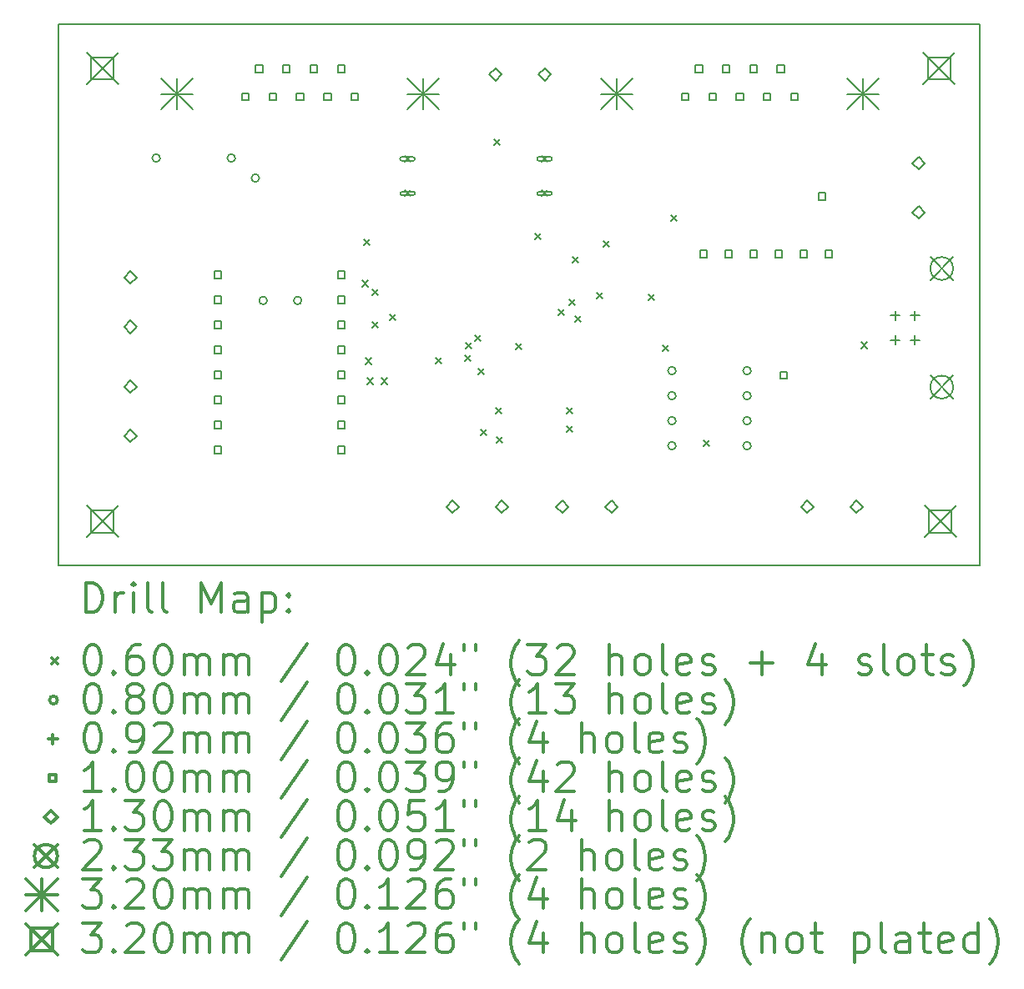
<source format=gbr>
%FSLAX45Y45*%
G04 Gerber Fmt 4.5, Leading zero omitted, Abs format (unit mm)*
G04 Created by KiCad (PCBNEW 5.1.4) date 2020-02-05 09:24:42*
%MOMM*%
%LPD*%
G04 APERTURE LIST*
%ADD10C,0.150000*%
%ADD11C,0.200000*%
%ADD12C,0.300000*%
G04 APERTURE END LIST*
D10*
X8050000Y-11750000D02*
X17400000Y-11750000D01*
X17400000Y-6250000D02*
X8050000Y-6250000D01*
X8050000Y-11750000D02*
X8050000Y-6250000D01*
X17400000Y-6250000D02*
X17400000Y-11750000D01*
D11*
X11137850Y-8855250D02*
X11197850Y-8915250D01*
X11197850Y-8855250D02*
X11137850Y-8915250D01*
X11152350Y-8433280D02*
X11212350Y-8493280D01*
X11212350Y-8433280D02*
X11152350Y-8493280D01*
X11169600Y-9642650D02*
X11229600Y-9702650D01*
X11229600Y-9642650D02*
X11169600Y-9702650D01*
X11182300Y-9845850D02*
X11242300Y-9905850D01*
X11242300Y-9845850D02*
X11182300Y-9905850D01*
X11233100Y-8944150D02*
X11293100Y-9004150D01*
X11293100Y-8944150D02*
X11233100Y-9004150D01*
X11237850Y-9272750D02*
X11297850Y-9332750D01*
X11297850Y-9272750D02*
X11237850Y-9332750D01*
X11328350Y-9845850D02*
X11388350Y-9905850D01*
X11388350Y-9845850D02*
X11328350Y-9905850D01*
X11415554Y-9199846D02*
X11475554Y-9259846D01*
X11475554Y-9199846D02*
X11415554Y-9259846D01*
X11882600Y-9641050D02*
X11942600Y-9701050D01*
X11942600Y-9641050D02*
X11882600Y-9701050D01*
X12174700Y-9615650D02*
X12234700Y-9675650D01*
X12234700Y-9615650D02*
X12174700Y-9675650D01*
X12185164Y-9488255D02*
X12245164Y-9548255D01*
X12245164Y-9488255D02*
X12185164Y-9548255D01*
X12277040Y-9410240D02*
X12337040Y-9470240D01*
X12337040Y-9410240D02*
X12277040Y-9470240D01*
X12308050Y-9746550D02*
X12368050Y-9806550D01*
X12368050Y-9746550D02*
X12308050Y-9806550D01*
X12338000Y-10366550D02*
X12398000Y-10426550D01*
X12398000Y-10366550D02*
X12338000Y-10426550D01*
X12470000Y-7420000D02*
X12530000Y-7480000D01*
X12530000Y-7420000D02*
X12470000Y-7480000D01*
X12492200Y-10142700D02*
X12552200Y-10202700D01*
X12552200Y-10142700D02*
X12492200Y-10202700D01*
X12496750Y-10442750D02*
X12556750Y-10502750D01*
X12556750Y-10442750D02*
X12496750Y-10502750D01*
X12695400Y-9492460D02*
X12755400Y-9552460D01*
X12755400Y-9492460D02*
X12695400Y-9552460D01*
X12884150Y-8379000D02*
X12944150Y-8439000D01*
X12944150Y-8379000D02*
X12884150Y-8439000D01*
X13120850Y-9145750D02*
X13180850Y-9205750D01*
X13180850Y-9145750D02*
X13120850Y-9205750D01*
X13209750Y-10149050D02*
X13269750Y-10209050D01*
X13269750Y-10149050D02*
X13209750Y-10209050D01*
X13209750Y-10329300D02*
X13269750Y-10389300D01*
X13269750Y-10329300D02*
X13209750Y-10389300D01*
X13235150Y-9044150D02*
X13295150Y-9104150D01*
X13295150Y-9044150D02*
X13235150Y-9104150D01*
X13266900Y-8613620D02*
X13326900Y-8673620D01*
X13326900Y-8613620D02*
X13266900Y-8673620D01*
X13289850Y-9215815D02*
X13349850Y-9275815D01*
X13349850Y-9215815D02*
X13289850Y-9275815D01*
X13513280Y-8974300D02*
X13573280Y-9034300D01*
X13573280Y-8974300D02*
X13513280Y-9034300D01*
X13579320Y-8456140D02*
X13639320Y-8516140D01*
X13639320Y-8456140D02*
X13579320Y-8516140D01*
X14039060Y-8992080D02*
X14099060Y-9052080D01*
X14099060Y-8992080D02*
X14039060Y-9052080D01*
X14182040Y-9511840D02*
X14242040Y-9571840D01*
X14242040Y-9511840D02*
X14182040Y-9571840D01*
X14265819Y-8193539D02*
X14325819Y-8253539D01*
X14325819Y-8193539D02*
X14265819Y-8253539D01*
X14593520Y-10477040D02*
X14653520Y-10537040D01*
X14653520Y-10477040D02*
X14593520Y-10537040D01*
X16193720Y-9481360D02*
X16253720Y-9541360D01*
X16253720Y-9481360D02*
X16193720Y-9541360D01*
X11564480Y-7590000D02*
X11624480Y-7650000D01*
X11624480Y-7590000D02*
X11564480Y-7650000D01*
X11539480Y-7640000D02*
X11649480Y-7640000D01*
X11539480Y-7600000D02*
X11649480Y-7600000D01*
X11649480Y-7640000D02*
G75*
G03X11649480Y-7600000I0J20000D01*
G01*
X11539480Y-7600000D02*
G75*
G03X11539480Y-7640000I0J-20000D01*
G01*
X11564480Y-7940000D02*
X11624480Y-8000000D01*
X11624480Y-7940000D02*
X11564480Y-8000000D01*
X11539480Y-7990000D02*
X11649480Y-7990000D01*
X11539480Y-7950000D02*
X11649480Y-7950000D01*
X11649480Y-7990000D02*
G75*
G03X11649480Y-7950000I0J20000D01*
G01*
X11539480Y-7950000D02*
G75*
G03X11539480Y-7990000I0J-20000D01*
G01*
X12954480Y-7590000D02*
X13014480Y-7650000D01*
X13014480Y-7590000D02*
X12954480Y-7650000D01*
X12929480Y-7640000D02*
X13039480Y-7640000D01*
X12929480Y-7600000D02*
X13039480Y-7600000D01*
X13039480Y-7640000D02*
G75*
G03X13039480Y-7600000I0J20000D01*
G01*
X12929480Y-7600000D02*
G75*
G03X12929480Y-7640000I0J-20000D01*
G01*
X12954480Y-7940000D02*
X13014480Y-8000000D01*
X13014480Y-7940000D02*
X12954480Y-8000000D01*
X12929480Y-7990000D02*
X13039480Y-7990000D01*
X12929480Y-7950000D02*
X13039480Y-7950000D01*
X13039480Y-7990000D02*
G75*
G03X13039480Y-7950000I0J20000D01*
G01*
X12929480Y-7950000D02*
G75*
G03X12929480Y-7990000I0J-20000D01*
G01*
X10090780Y-7814310D02*
G75*
G03X10090780Y-7814310I-40000J0D01*
G01*
X10169520Y-9057640D02*
G75*
G03X10169520Y-9057640I-40000J0D01*
G01*
X10519520Y-9057640D02*
G75*
G03X10519520Y-9057640I-40000J0D01*
G01*
X14317340Y-9770110D02*
G75*
G03X14317340Y-9770110I-40000J0D01*
G01*
X14317340Y-10024110D02*
G75*
G03X14317340Y-10024110I-40000J0D01*
G01*
X14317340Y-10278110D02*
G75*
G03X14317340Y-10278110I-40000J0D01*
G01*
X14317340Y-10532110D02*
G75*
G03X14317340Y-10532110I-40000J0D01*
G01*
X15079340Y-9770110D02*
G75*
G03X15079340Y-9770110I-40000J0D01*
G01*
X15079340Y-10024110D02*
G75*
G03X15079340Y-10024110I-40000J0D01*
G01*
X15079340Y-10278110D02*
G75*
G03X15079340Y-10278110I-40000J0D01*
G01*
X15079340Y-10532110D02*
G75*
G03X15079340Y-10532110I-40000J0D01*
G01*
X9084940Y-7611110D02*
G75*
G03X9084940Y-7611110I-40000J0D01*
G01*
X9846940Y-7611110D02*
G75*
G03X9846940Y-7611110I-40000J0D01*
G01*
X16543020Y-9162960D02*
X16543020Y-9254960D01*
X16497020Y-9208960D02*
X16589020Y-9208960D01*
X16543020Y-9412960D02*
X16543020Y-9504960D01*
X16497020Y-9458960D02*
X16589020Y-9458960D01*
X16743020Y-9162960D02*
X16743020Y-9254960D01*
X16697020Y-9208960D02*
X16789020Y-9208960D01*
X16743020Y-9412960D02*
X16743020Y-9504960D01*
X16697020Y-9458960D02*
X16789020Y-9458960D01*
X15448076Y-9849916D02*
X15448076Y-9779204D01*
X15377364Y-9779204D01*
X15377364Y-9849916D01*
X15448076Y-9849916D01*
X15832886Y-8035086D02*
X15832886Y-7964374D01*
X15762174Y-7964374D01*
X15762174Y-8035086D01*
X15832886Y-8035086D01*
X9986516Y-7024262D02*
X9986516Y-6953550D01*
X9915804Y-6953550D01*
X9915804Y-7024262D01*
X9986516Y-7024262D01*
X10125016Y-6740262D02*
X10125016Y-6669550D01*
X10054304Y-6669550D01*
X10054304Y-6740262D01*
X10125016Y-6740262D01*
X10263516Y-7024262D02*
X10263516Y-6953550D01*
X10192804Y-6953550D01*
X10192804Y-7024262D01*
X10263516Y-7024262D01*
X10402016Y-6740262D02*
X10402016Y-6669550D01*
X10331304Y-6669550D01*
X10331304Y-6740262D01*
X10402016Y-6740262D01*
X10540516Y-7024262D02*
X10540516Y-6953550D01*
X10469804Y-6953550D01*
X10469804Y-7024262D01*
X10540516Y-7024262D01*
X10679016Y-6740262D02*
X10679016Y-6669550D01*
X10608304Y-6669550D01*
X10608304Y-6740262D01*
X10679016Y-6740262D01*
X10817516Y-7024262D02*
X10817516Y-6953550D01*
X10746804Y-6953550D01*
X10746804Y-7024262D01*
X10817516Y-7024262D01*
X10956016Y-6740262D02*
X10956016Y-6669550D01*
X10885304Y-6669550D01*
X10885304Y-6740262D01*
X10956016Y-6740262D01*
X11094516Y-7024262D02*
X11094516Y-6953550D01*
X11023804Y-6953550D01*
X11023804Y-7024262D01*
X11094516Y-7024262D01*
X14447316Y-7024262D02*
X14447316Y-6953550D01*
X14376604Y-6953550D01*
X14376604Y-7024262D01*
X14447316Y-7024262D01*
X14585816Y-6740262D02*
X14585816Y-6669550D01*
X14515104Y-6669550D01*
X14515104Y-6740262D01*
X14585816Y-6740262D01*
X14724316Y-7024262D02*
X14724316Y-6953550D01*
X14653604Y-6953550D01*
X14653604Y-7024262D01*
X14724316Y-7024262D01*
X14862816Y-6740262D02*
X14862816Y-6669550D01*
X14792104Y-6669550D01*
X14792104Y-6740262D01*
X14862816Y-6740262D01*
X15001316Y-7024262D02*
X15001316Y-6953550D01*
X14930604Y-6953550D01*
X14930604Y-7024262D01*
X15001316Y-7024262D01*
X15139816Y-6740262D02*
X15139816Y-6669550D01*
X15069104Y-6669550D01*
X15069104Y-6740262D01*
X15139816Y-6740262D01*
X15278316Y-7024262D02*
X15278316Y-6953550D01*
X15207604Y-6953550D01*
X15207604Y-7024262D01*
X15278316Y-7024262D01*
X15416816Y-6740262D02*
X15416816Y-6669550D01*
X15346104Y-6669550D01*
X15346104Y-6740262D01*
X15416816Y-6740262D01*
X15555316Y-7024262D02*
X15555316Y-6953550D01*
X15484604Y-6953550D01*
X15484604Y-7024262D01*
X15555316Y-7024262D01*
X10957356Y-8830916D02*
X10957356Y-8760204D01*
X10886644Y-8760204D01*
X10886644Y-8830916D01*
X10957356Y-8830916D01*
X10957356Y-9084916D02*
X10957356Y-9014204D01*
X10886644Y-9014204D01*
X10886644Y-9084916D01*
X10957356Y-9084916D01*
X10957356Y-9338916D02*
X10957356Y-9268204D01*
X10886644Y-9268204D01*
X10886644Y-9338916D01*
X10957356Y-9338916D01*
X10957356Y-9592916D02*
X10957356Y-9522204D01*
X10886644Y-9522204D01*
X10886644Y-9592916D01*
X10957356Y-9592916D01*
X10957356Y-9846916D02*
X10957356Y-9776204D01*
X10886644Y-9776204D01*
X10886644Y-9846916D01*
X10957356Y-9846916D01*
X10957356Y-10100916D02*
X10957356Y-10030204D01*
X10886644Y-10030204D01*
X10886644Y-10100916D01*
X10957356Y-10100916D01*
X10957356Y-10354916D02*
X10957356Y-10284204D01*
X10886644Y-10284204D01*
X10886644Y-10354916D01*
X10957356Y-10354916D01*
X10957356Y-10608916D02*
X10957356Y-10538204D01*
X10886644Y-10538204D01*
X10886644Y-10608916D01*
X10957356Y-10608916D01*
X9707356Y-8830916D02*
X9707356Y-8760204D01*
X9636644Y-8760204D01*
X9636644Y-8830916D01*
X9707356Y-8830916D01*
X9707356Y-9084916D02*
X9707356Y-9014204D01*
X9636644Y-9014204D01*
X9636644Y-9084916D01*
X9707356Y-9084916D01*
X9707356Y-9338916D02*
X9707356Y-9268204D01*
X9636644Y-9268204D01*
X9636644Y-9338916D01*
X9707356Y-9338916D01*
X9707356Y-9592916D02*
X9707356Y-9522204D01*
X9636644Y-9522204D01*
X9636644Y-9592916D01*
X9707356Y-9592916D01*
X9707356Y-9846916D02*
X9707356Y-9776204D01*
X9636644Y-9776204D01*
X9636644Y-9846916D01*
X9707356Y-9846916D01*
X9707356Y-10100916D02*
X9707356Y-10030204D01*
X9636644Y-10030204D01*
X9636644Y-10100916D01*
X9707356Y-10100916D01*
X9707356Y-10354916D02*
X9707356Y-10284204D01*
X9636644Y-10284204D01*
X9636644Y-10354916D01*
X9707356Y-10354916D01*
X9707356Y-10608916D02*
X9707356Y-10538204D01*
X9636644Y-10538204D01*
X9636644Y-10608916D01*
X9707356Y-10608916D01*
X14630196Y-8620556D02*
X14630196Y-8549844D01*
X14559484Y-8549844D01*
X14559484Y-8620556D01*
X14630196Y-8620556D01*
X14884196Y-8620556D02*
X14884196Y-8549844D01*
X14813484Y-8549844D01*
X14813484Y-8620556D01*
X14884196Y-8620556D01*
X15138196Y-8620556D02*
X15138196Y-8549844D01*
X15067484Y-8549844D01*
X15067484Y-8620556D01*
X15138196Y-8620556D01*
X15392196Y-8620556D02*
X15392196Y-8549844D01*
X15321484Y-8549844D01*
X15321484Y-8620556D01*
X15392196Y-8620556D01*
X15646196Y-8620556D02*
X15646196Y-8549844D01*
X15575484Y-8549844D01*
X15575484Y-8620556D01*
X15646196Y-8620556D01*
X15900196Y-8620556D02*
X15900196Y-8549844D01*
X15829484Y-8549844D01*
X15829484Y-8620556D01*
X15900196Y-8620556D01*
X13163550Y-11215000D02*
X13228550Y-11150000D01*
X13163550Y-11085000D01*
X13098550Y-11150000D01*
X13163550Y-11215000D01*
X13663550Y-11215000D02*
X13728550Y-11150000D01*
X13663550Y-11085000D01*
X13598550Y-11150000D01*
X13663550Y-11215000D01*
X16777970Y-7727290D02*
X16842970Y-7662290D01*
X16777970Y-7597290D01*
X16712970Y-7662290D01*
X16777970Y-7727290D01*
X16777970Y-8227290D02*
X16842970Y-8162290D01*
X16777970Y-8097290D01*
X16712970Y-8162290D01*
X16777970Y-8227290D01*
X12052300Y-11215000D02*
X12117300Y-11150000D01*
X12052300Y-11085000D01*
X11987300Y-11150000D01*
X12052300Y-11215000D01*
X12552300Y-11215000D02*
X12617300Y-11150000D01*
X12552300Y-11085000D01*
X12487300Y-11150000D01*
X12552300Y-11215000D01*
X12485560Y-6826560D02*
X12550560Y-6761560D01*
X12485560Y-6696560D01*
X12420560Y-6761560D01*
X12485560Y-6826560D01*
X12985560Y-6826560D02*
X13050560Y-6761560D01*
X12985560Y-6696560D01*
X12920560Y-6761560D01*
X12985560Y-6826560D01*
X15650000Y-11215000D02*
X15715000Y-11150000D01*
X15650000Y-11085000D01*
X15585000Y-11150000D01*
X15650000Y-11215000D01*
X16150000Y-11215000D02*
X16215000Y-11150000D01*
X16150000Y-11085000D01*
X16085000Y-11150000D01*
X16150000Y-11215000D01*
X8784680Y-9996400D02*
X8849680Y-9931400D01*
X8784680Y-9866400D01*
X8719680Y-9931400D01*
X8784680Y-9996400D01*
X8784680Y-10496400D02*
X8849680Y-10431400D01*
X8784680Y-10366400D01*
X8719680Y-10431400D01*
X8784680Y-10496400D01*
X8784680Y-8888960D02*
X8849680Y-8823960D01*
X8784680Y-8758960D01*
X8719680Y-8823960D01*
X8784680Y-8888960D01*
X8784680Y-9388960D02*
X8849680Y-9323960D01*
X8784680Y-9258960D01*
X8719680Y-9323960D01*
X8784680Y-9388960D01*
X16897520Y-8615460D02*
X17130520Y-8848460D01*
X17130520Y-8615460D02*
X16897520Y-8848460D01*
X17130520Y-8731960D02*
G75*
G03X17130520Y-8731960I-116500J0D01*
G01*
X16897520Y-9819460D02*
X17130520Y-10052460D01*
X17130520Y-9819460D02*
X16897520Y-10052460D01*
X17130520Y-9935960D02*
G75*
G03X17130520Y-9935960I-116500J0D01*
G01*
X9095160Y-6798906D02*
X9415160Y-7118906D01*
X9415160Y-6798906D02*
X9095160Y-7118906D01*
X9255160Y-6798906D02*
X9255160Y-7118906D01*
X9095160Y-6958906D02*
X9415160Y-6958906D01*
X11595160Y-6798906D02*
X11915160Y-7118906D01*
X11915160Y-6798906D02*
X11595160Y-7118906D01*
X11755160Y-6798906D02*
X11755160Y-7118906D01*
X11595160Y-6958906D02*
X11915160Y-6958906D01*
X13555960Y-6798906D02*
X13875960Y-7118906D01*
X13875960Y-6798906D02*
X13555960Y-7118906D01*
X13715960Y-6798906D02*
X13715960Y-7118906D01*
X13555960Y-6958906D02*
X13875960Y-6958906D01*
X16055960Y-6798906D02*
X16375960Y-7118906D01*
X16375960Y-6798906D02*
X16055960Y-7118906D01*
X16215960Y-6798906D02*
X16215960Y-7118906D01*
X16055960Y-6958906D02*
X16375960Y-6958906D01*
X8340000Y-6540000D02*
X8660000Y-6860000D01*
X8660000Y-6540000D02*
X8340000Y-6860000D01*
X8613138Y-6813138D02*
X8613138Y-6586862D01*
X8386862Y-6586862D01*
X8386862Y-6813138D01*
X8613138Y-6813138D01*
X8340000Y-11140000D02*
X8660000Y-11460000D01*
X8660000Y-11140000D02*
X8340000Y-11460000D01*
X8613138Y-11413138D02*
X8613138Y-11186862D01*
X8386862Y-11186862D01*
X8386862Y-11413138D01*
X8613138Y-11413138D01*
X16827520Y-6540000D02*
X17147520Y-6860000D01*
X17147520Y-6540000D02*
X16827520Y-6860000D01*
X17100658Y-6813138D02*
X17100658Y-6586862D01*
X16874382Y-6586862D01*
X16874382Y-6813138D01*
X17100658Y-6813138D01*
X16840000Y-11140000D02*
X17160000Y-11460000D01*
X17160000Y-11140000D02*
X16840000Y-11460000D01*
X17113138Y-11413138D02*
X17113138Y-11186862D01*
X16886862Y-11186862D01*
X16886862Y-11413138D01*
X17113138Y-11413138D01*
D12*
X8328928Y-12223214D02*
X8328928Y-11923214D01*
X8400357Y-11923214D01*
X8443214Y-11937500D01*
X8471786Y-11966071D01*
X8486071Y-11994643D01*
X8500357Y-12051786D01*
X8500357Y-12094643D01*
X8486071Y-12151786D01*
X8471786Y-12180357D01*
X8443214Y-12208929D01*
X8400357Y-12223214D01*
X8328928Y-12223214D01*
X8628928Y-12223214D02*
X8628928Y-12023214D01*
X8628928Y-12080357D02*
X8643214Y-12051786D01*
X8657500Y-12037500D01*
X8686071Y-12023214D01*
X8714643Y-12023214D01*
X8814643Y-12223214D02*
X8814643Y-12023214D01*
X8814643Y-11923214D02*
X8800357Y-11937500D01*
X8814643Y-11951786D01*
X8828928Y-11937500D01*
X8814643Y-11923214D01*
X8814643Y-11951786D01*
X9000357Y-12223214D02*
X8971786Y-12208929D01*
X8957500Y-12180357D01*
X8957500Y-11923214D01*
X9157500Y-12223214D02*
X9128928Y-12208929D01*
X9114643Y-12180357D01*
X9114643Y-11923214D01*
X9500357Y-12223214D02*
X9500357Y-11923214D01*
X9600357Y-12137500D01*
X9700357Y-11923214D01*
X9700357Y-12223214D01*
X9971786Y-12223214D02*
X9971786Y-12066071D01*
X9957500Y-12037500D01*
X9928928Y-12023214D01*
X9871786Y-12023214D01*
X9843214Y-12037500D01*
X9971786Y-12208929D02*
X9943214Y-12223214D01*
X9871786Y-12223214D01*
X9843214Y-12208929D01*
X9828928Y-12180357D01*
X9828928Y-12151786D01*
X9843214Y-12123214D01*
X9871786Y-12108929D01*
X9943214Y-12108929D01*
X9971786Y-12094643D01*
X10114643Y-12023214D02*
X10114643Y-12323214D01*
X10114643Y-12037500D02*
X10143214Y-12023214D01*
X10200357Y-12023214D01*
X10228928Y-12037500D01*
X10243214Y-12051786D01*
X10257500Y-12080357D01*
X10257500Y-12166071D01*
X10243214Y-12194643D01*
X10228928Y-12208929D01*
X10200357Y-12223214D01*
X10143214Y-12223214D01*
X10114643Y-12208929D01*
X10386071Y-12194643D02*
X10400357Y-12208929D01*
X10386071Y-12223214D01*
X10371786Y-12208929D01*
X10386071Y-12194643D01*
X10386071Y-12223214D01*
X10386071Y-12037500D02*
X10400357Y-12051786D01*
X10386071Y-12066071D01*
X10371786Y-12051786D01*
X10386071Y-12037500D01*
X10386071Y-12066071D01*
X7982500Y-12687500D02*
X8042500Y-12747500D01*
X8042500Y-12687500D02*
X7982500Y-12747500D01*
X8386071Y-12553214D02*
X8414643Y-12553214D01*
X8443214Y-12567500D01*
X8457500Y-12581786D01*
X8471786Y-12610357D01*
X8486071Y-12667500D01*
X8486071Y-12738929D01*
X8471786Y-12796071D01*
X8457500Y-12824643D01*
X8443214Y-12838929D01*
X8414643Y-12853214D01*
X8386071Y-12853214D01*
X8357500Y-12838929D01*
X8343214Y-12824643D01*
X8328928Y-12796071D01*
X8314643Y-12738929D01*
X8314643Y-12667500D01*
X8328928Y-12610357D01*
X8343214Y-12581786D01*
X8357500Y-12567500D01*
X8386071Y-12553214D01*
X8614643Y-12824643D02*
X8628928Y-12838929D01*
X8614643Y-12853214D01*
X8600357Y-12838929D01*
X8614643Y-12824643D01*
X8614643Y-12853214D01*
X8886071Y-12553214D02*
X8828928Y-12553214D01*
X8800357Y-12567500D01*
X8786071Y-12581786D01*
X8757500Y-12624643D01*
X8743214Y-12681786D01*
X8743214Y-12796071D01*
X8757500Y-12824643D01*
X8771786Y-12838929D01*
X8800357Y-12853214D01*
X8857500Y-12853214D01*
X8886071Y-12838929D01*
X8900357Y-12824643D01*
X8914643Y-12796071D01*
X8914643Y-12724643D01*
X8900357Y-12696071D01*
X8886071Y-12681786D01*
X8857500Y-12667500D01*
X8800357Y-12667500D01*
X8771786Y-12681786D01*
X8757500Y-12696071D01*
X8743214Y-12724643D01*
X9100357Y-12553214D02*
X9128928Y-12553214D01*
X9157500Y-12567500D01*
X9171786Y-12581786D01*
X9186071Y-12610357D01*
X9200357Y-12667500D01*
X9200357Y-12738929D01*
X9186071Y-12796071D01*
X9171786Y-12824643D01*
X9157500Y-12838929D01*
X9128928Y-12853214D01*
X9100357Y-12853214D01*
X9071786Y-12838929D01*
X9057500Y-12824643D01*
X9043214Y-12796071D01*
X9028928Y-12738929D01*
X9028928Y-12667500D01*
X9043214Y-12610357D01*
X9057500Y-12581786D01*
X9071786Y-12567500D01*
X9100357Y-12553214D01*
X9328928Y-12853214D02*
X9328928Y-12653214D01*
X9328928Y-12681786D02*
X9343214Y-12667500D01*
X9371786Y-12653214D01*
X9414643Y-12653214D01*
X9443214Y-12667500D01*
X9457500Y-12696071D01*
X9457500Y-12853214D01*
X9457500Y-12696071D02*
X9471786Y-12667500D01*
X9500357Y-12653214D01*
X9543214Y-12653214D01*
X9571786Y-12667500D01*
X9586071Y-12696071D01*
X9586071Y-12853214D01*
X9728928Y-12853214D02*
X9728928Y-12653214D01*
X9728928Y-12681786D02*
X9743214Y-12667500D01*
X9771786Y-12653214D01*
X9814643Y-12653214D01*
X9843214Y-12667500D01*
X9857500Y-12696071D01*
X9857500Y-12853214D01*
X9857500Y-12696071D02*
X9871786Y-12667500D01*
X9900357Y-12653214D01*
X9943214Y-12653214D01*
X9971786Y-12667500D01*
X9986071Y-12696071D01*
X9986071Y-12853214D01*
X10571786Y-12538929D02*
X10314643Y-12924643D01*
X10957500Y-12553214D02*
X10986071Y-12553214D01*
X11014643Y-12567500D01*
X11028928Y-12581786D01*
X11043214Y-12610357D01*
X11057500Y-12667500D01*
X11057500Y-12738929D01*
X11043214Y-12796071D01*
X11028928Y-12824643D01*
X11014643Y-12838929D01*
X10986071Y-12853214D01*
X10957500Y-12853214D01*
X10928928Y-12838929D01*
X10914643Y-12824643D01*
X10900357Y-12796071D01*
X10886071Y-12738929D01*
X10886071Y-12667500D01*
X10900357Y-12610357D01*
X10914643Y-12581786D01*
X10928928Y-12567500D01*
X10957500Y-12553214D01*
X11186071Y-12824643D02*
X11200357Y-12838929D01*
X11186071Y-12853214D01*
X11171786Y-12838929D01*
X11186071Y-12824643D01*
X11186071Y-12853214D01*
X11386071Y-12553214D02*
X11414643Y-12553214D01*
X11443214Y-12567500D01*
X11457500Y-12581786D01*
X11471786Y-12610357D01*
X11486071Y-12667500D01*
X11486071Y-12738929D01*
X11471786Y-12796071D01*
X11457500Y-12824643D01*
X11443214Y-12838929D01*
X11414643Y-12853214D01*
X11386071Y-12853214D01*
X11357500Y-12838929D01*
X11343214Y-12824643D01*
X11328928Y-12796071D01*
X11314643Y-12738929D01*
X11314643Y-12667500D01*
X11328928Y-12610357D01*
X11343214Y-12581786D01*
X11357500Y-12567500D01*
X11386071Y-12553214D01*
X11600357Y-12581786D02*
X11614643Y-12567500D01*
X11643214Y-12553214D01*
X11714643Y-12553214D01*
X11743214Y-12567500D01*
X11757500Y-12581786D01*
X11771786Y-12610357D01*
X11771786Y-12638929D01*
X11757500Y-12681786D01*
X11586071Y-12853214D01*
X11771786Y-12853214D01*
X12028928Y-12653214D02*
X12028928Y-12853214D01*
X11957500Y-12538929D02*
X11886071Y-12753214D01*
X12071786Y-12753214D01*
X12171786Y-12553214D02*
X12171786Y-12610357D01*
X12286071Y-12553214D02*
X12286071Y-12610357D01*
X12728928Y-12967500D02*
X12714643Y-12953214D01*
X12686071Y-12910357D01*
X12671786Y-12881786D01*
X12657500Y-12838929D01*
X12643214Y-12767500D01*
X12643214Y-12710357D01*
X12657500Y-12638929D01*
X12671786Y-12596071D01*
X12686071Y-12567500D01*
X12714643Y-12524643D01*
X12728928Y-12510357D01*
X12814643Y-12553214D02*
X13000357Y-12553214D01*
X12900357Y-12667500D01*
X12943214Y-12667500D01*
X12971786Y-12681786D01*
X12986071Y-12696071D01*
X13000357Y-12724643D01*
X13000357Y-12796071D01*
X12986071Y-12824643D01*
X12971786Y-12838929D01*
X12943214Y-12853214D01*
X12857500Y-12853214D01*
X12828928Y-12838929D01*
X12814643Y-12824643D01*
X13114643Y-12581786D02*
X13128928Y-12567500D01*
X13157500Y-12553214D01*
X13228928Y-12553214D01*
X13257500Y-12567500D01*
X13271786Y-12581786D01*
X13286071Y-12610357D01*
X13286071Y-12638929D01*
X13271786Y-12681786D01*
X13100357Y-12853214D01*
X13286071Y-12853214D01*
X13643214Y-12853214D02*
X13643214Y-12553214D01*
X13771786Y-12853214D02*
X13771786Y-12696071D01*
X13757500Y-12667500D01*
X13728928Y-12653214D01*
X13686071Y-12653214D01*
X13657500Y-12667500D01*
X13643214Y-12681786D01*
X13957500Y-12853214D02*
X13928928Y-12838929D01*
X13914643Y-12824643D01*
X13900357Y-12796071D01*
X13900357Y-12710357D01*
X13914643Y-12681786D01*
X13928928Y-12667500D01*
X13957500Y-12653214D01*
X14000357Y-12653214D01*
X14028928Y-12667500D01*
X14043214Y-12681786D01*
X14057500Y-12710357D01*
X14057500Y-12796071D01*
X14043214Y-12824643D01*
X14028928Y-12838929D01*
X14000357Y-12853214D01*
X13957500Y-12853214D01*
X14228928Y-12853214D02*
X14200357Y-12838929D01*
X14186071Y-12810357D01*
X14186071Y-12553214D01*
X14457500Y-12838929D02*
X14428928Y-12853214D01*
X14371786Y-12853214D01*
X14343214Y-12838929D01*
X14328928Y-12810357D01*
X14328928Y-12696071D01*
X14343214Y-12667500D01*
X14371786Y-12653214D01*
X14428928Y-12653214D01*
X14457500Y-12667500D01*
X14471786Y-12696071D01*
X14471786Y-12724643D01*
X14328928Y-12753214D01*
X14586071Y-12838929D02*
X14614643Y-12853214D01*
X14671786Y-12853214D01*
X14700357Y-12838929D01*
X14714643Y-12810357D01*
X14714643Y-12796071D01*
X14700357Y-12767500D01*
X14671786Y-12753214D01*
X14628928Y-12753214D01*
X14600357Y-12738929D01*
X14586071Y-12710357D01*
X14586071Y-12696071D01*
X14600357Y-12667500D01*
X14628928Y-12653214D01*
X14671786Y-12653214D01*
X14700357Y-12667500D01*
X15071786Y-12738929D02*
X15300357Y-12738929D01*
X15186071Y-12853214D02*
X15186071Y-12624643D01*
X15800357Y-12653214D02*
X15800357Y-12853214D01*
X15728928Y-12538929D02*
X15657500Y-12753214D01*
X15843214Y-12753214D01*
X16171786Y-12838929D02*
X16200357Y-12853214D01*
X16257500Y-12853214D01*
X16286071Y-12838929D01*
X16300357Y-12810357D01*
X16300357Y-12796071D01*
X16286071Y-12767500D01*
X16257500Y-12753214D01*
X16214643Y-12753214D01*
X16186071Y-12738929D01*
X16171786Y-12710357D01*
X16171786Y-12696071D01*
X16186071Y-12667500D01*
X16214643Y-12653214D01*
X16257500Y-12653214D01*
X16286071Y-12667500D01*
X16471786Y-12853214D02*
X16443214Y-12838929D01*
X16428928Y-12810357D01*
X16428928Y-12553214D01*
X16628928Y-12853214D02*
X16600357Y-12838929D01*
X16586071Y-12824643D01*
X16571786Y-12796071D01*
X16571786Y-12710357D01*
X16586071Y-12681786D01*
X16600357Y-12667500D01*
X16628928Y-12653214D01*
X16671786Y-12653214D01*
X16700357Y-12667500D01*
X16714643Y-12681786D01*
X16728928Y-12710357D01*
X16728928Y-12796071D01*
X16714643Y-12824643D01*
X16700357Y-12838929D01*
X16671786Y-12853214D01*
X16628928Y-12853214D01*
X16814643Y-12653214D02*
X16928928Y-12653214D01*
X16857500Y-12553214D02*
X16857500Y-12810357D01*
X16871786Y-12838929D01*
X16900357Y-12853214D01*
X16928928Y-12853214D01*
X17014643Y-12838929D02*
X17043214Y-12853214D01*
X17100357Y-12853214D01*
X17128928Y-12838929D01*
X17143214Y-12810357D01*
X17143214Y-12796071D01*
X17128928Y-12767500D01*
X17100357Y-12753214D01*
X17057500Y-12753214D01*
X17028928Y-12738929D01*
X17014643Y-12710357D01*
X17014643Y-12696071D01*
X17028928Y-12667500D01*
X17057500Y-12653214D01*
X17100357Y-12653214D01*
X17128928Y-12667500D01*
X17243214Y-12967500D02*
X17257500Y-12953214D01*
X17286071Y-12910357D01*
X17300357Y-12881786D01*
X17314643Y-12838929D01*
X17328928Y-12767500D01*
X17328928Y-12710357D01*
X17314643Y-12638929D01*
X17300357Y-12596071D01*
X17286071Y-12567500D01*
X17257500Y-12524643D01*
X17243214Y-12510357D01*
X8042500Y-13113500D02*
G75*
G03X8042500Y-13113500I-40000J0D01*
G01*
X8386071Y-12949214D02*
X8414643Y-12949214D01*
X8443214Y-12963500D01*
X8457500Y-12977786D01*
X8471786Y-13006357D01*
X8486071Y-13063500D01*
X8486071Y-13134929D01*
X8471786Y-13192071D01*
X8457500Y-13220643D01*
X8443214Y-13234929D01*
X8414643Y-13249214D01*
X8386071Y-13249214D01*
X8357500Y-13234929D01*
X8343214Y-13220643D01*
X8328928Y-13192071D01*
X8314643Y-13134929D01*
X8314643Y-13063500D01*
X8328928Y-13006357D01*
X8343214Y-12977786D01*
X8357500Y-12963500D01*
X8386071Y-12949214D01*
X8614643Y-13220643D02*
X8628928Y-13234929D01*
X8614643Y-13249214D01*
X8600357Y-13234929D01*
X8614643Y-13220643D01*
X8614643Y-13249214D01*
X8800357Y-13077786D02*
X8771786Y-13063500D01*
X8757500Y-13049214D01*
X8743214Y-13020643D01*
X8743214Y-13006357D01*
X8757500Y-12977786D01*
X8771786Y-12963500D01*
X8800357Y-12949214D01*
X8857500Y-12949214D01*
X8886071Y-12963500D01*
X8900357Y-12977786D01*
X8914643Y-13006357D01*
X8914643Y-13020643D01*
X8900357Y-13049214D01*
X8886071Y-13063500D01*
X8857500Y-13077786D01*
X8800357Y-13077786D01*
X8771786Y-13092071D01*
X8757500Y-13106357D01*
X8743214Y-13134929D01*
X8743214Y-13192071D01*
X8757500Y-13220643D01*
X8771786Y-13234929D01*
X8800357Y-13249214D01*
X8857500Y-13249214D01*
X8886071Y-13234929D01*
X8900357Y-13220643D01*
X8914643Y-13192071D01*
X8914643Y-13134929D01*
X8900357Y-13106357D01*
X8886071Y-13092071D01*
X8857500Y-13077786D01*
X9100357Y-12949214D02*
X9128928Y-12949214D01*
X9157500Y-12963500D01*
X9171786Y-12977786D01*
X9186071Y-13006357D01*
X9200357Y-13063500D01*
X9200357Y-13134929D01*
X9186071Y-13192071D01*
X9171786Y-13220643D01*
X9157500Y-13234929D01*
X9128928Y-13249214D01*
X9100357Y-13249214D01*
X9071786Y-13234929D01*
X9057500Y-13220643D01*
X9043214Y-13192071D01*
X9028928Y-13134929D01*
X9028928Y-13063500D01*
X9043214Y-13006357D01*
X9057500Y-12977786D01*
X9071786Y-12963500D01*
X9100357Y-12949214D01*
X9328928Y-13249214D02*
X9328928Y-13049214D01*
X9328928Y-13077786D02*
X9343214Y-13063500D01*
X9371786Y-13049214D01*
X9414643Y-13049214D01*
X9443214Y-13063500D01*
X9457500Y-13092071D01*
X9457500Y-13249214D01*
X9457500Y-13092071D02*
X9471786Y-13063500D01*
X9500357Y-13049214D01*
X9543214Y-13049214D01*
X9571786Y-13063500D01*
X9586071Y-13092071D01*
X9586071Y-13249214D01*
X9728928Y-13249214D02*
X9728928Y-13049214D01*
X9728928Y-13077786D02*
X9743214Y-13063500D01*
X9771786Y-13049214D01*
X9814643Y-13049214D01*
X9843214Y-13063500D01*
X9857500Y-13092071D01*
X9857500Y-13249214D01*
X9857500Y-13092071D02*
X9871786Y-13063500D01*
X9900357Y-13049214D01*
X9943214Y-13049214D01*
X9971786Y-13063500D01*
X9986071Y-13092071D01*
X9986071Y-13249214D01*
X10571786Y-12934929D02*
X10314643Y-13320643D01*
X10957500Y-12949214D02*
X10986071Y-12949214D01*
X11014643Y-12963500D01*
X11028928Y-12977786D01*
X11043214Y-13006357D01*
X11057500Y-13063500D01*
X11057500Y-13134929D01*
X11043214Y-13192071D01*
X11028928Y-13220643D01*
X11014643Y-13234929D01*
X10986071Y-13249214D01*
X10957500Y-13249214D01*
X10928928Y-13234929D01*
X10914643Y-13220643D01*
X10900357Y-13192071D01*
X10886071Y-13134929D01*
X10886071Y-13063500D01*
X10900357Y-13006357D01*
X10914643Y-12977786D01*
X10928928Y-12963500D01*
X10957500Y-12949214D01*
X11186071Y-13220643D02*
X11200357Y-13234929D01*
X11186071Y-13249214D01*
X11171786Y-13234929D01*
X11186071Y-13220643D01*
X11186071Y-13249214D01*
X11386071Y-12949214D02*
X11414643Y-12949214D01*
X11443214Y-12963500D01*
X11457500Y-12977786D01*
X11471786Y-13006357D01*
X11486071Y-13063500D01*
X11486071Y-13134929D01*
X11471786Y-13192071D01*
X11457500Y-13220643D01*
X11443214Y-13234929D01*
X11414643Y-13249214D01*
X11386071Y-13249214D01*
X11357500Y-13234929D01*
X11343214Y-13220643D01*
X11328928Y-13192071D01*
X11314643Y-13134929D01*
X11314643Y-13063500D01*
X11328928Y-13006357D01*
X11343214Y-12977786D01*
X11357500Y-12963500D01*
X11386071Y-12949214D01*
X11586071Y-12949214D02*
X11771786Y-12949214D01*
X11671786Y-13063500D01*
X11714643Y-13063500D01*
X11743214Y-13077786D01*
X11757500Y-13092071D01*
X11771786Y-13120643D01*
X11771786Y-13192071D01*
X11757500Y-13220643D01*
X11743214Y-13234929D01*
X11714643Y-13249214D01*
X11628928Y-13249214D01*
X11600357Y-13234929D01*
X11586071Y-13220643D01*
X12057500Y-13249214D02*
X11886071Y-13249214D01*
X11971786Y-13249214D02*
X11971786Y-12949214D01*
X11943214Y-12992071D01*
X11914643Y-13020643D01*
X11886071Y-13034929D01*
X12171786Y-12949214D02*
X12171786Y-13006357D01*
X12286071Y-12949214D02*
X12286071Y-13006357D01*
X12728928Y-13363500D02*
X12714643Y-13349214D01*
X12686071Y-13306357D01*
X12671786Y-13277786D01*
X12657500Y-13234929D01*
X12643214Y-13163500D01*
X12643214Y-13106357D01*
X12657500Y-13034929D01*
X12671786Y-12992071D01*
X12686071Y-12963500D01*
X12714643Y-12920643D01*
X12728928Y-12906357D01*
X13000357Y-13249214D02*
X12828928Y-13249214D01*
X12914643Y-13249214D02*
X12914643Y-12949214D01*
X12886071Y-12992071D01*
X12857500Y-13020643D01*
X12828928Y-13034929D01*
X13100357Y-12949214D02*
X13286071Y-12949214D01*
X13186071Y-13063500D01*
X13228928Y-13063500D01*
X13257500Y-13077786D01*
X13271786Y-13092071D01*
X13286071Y-13120643D01*
X13286071Y-13192071D01*
X13271786Y-13220643D01*
X13257500Y-13234929D01*
X13228928Y-13249214D01*
X13143214Y-13249214D01*
X13114643Y-13234929D01*
X13100357Y-13220643D01*
X13643214Y-13249214D02*
X13643214Y-12949214D01*
X13771786Y-13249214D02*
X13771786Y-13092071D01*
X13757500Y-13063500D01*
X13728928Y-13049214D01*
X13686071Y-13049214D01*
X13657500Y-13063500D01*
X13643214Y-13077786D01*
X13957500Y-13249214D02*
X13928928Y-13234929D01*
X13914643Y-13220643D01*
X13900357Y-13192071D01*
X13900357Y-13106357D01*
X13914643Y-13077786D01*
X13928928Y-13063500D01*
X13957500Y-13049214D01*
X14000357Y-13049214D01*
X14028928Y-13063500D01*
X14043214Y-13077786D01*
X14057500Y-13106357D01*
X14057500Y-13192071D01*
X14043214Y-13220643D01*
X14028928Y-13234929D01*
X14000357Y-13249214D01*
X13957500Y-13249214D01*
X14228928Y-13249214D02*
X14200357Y-13234929D01*
X14186071Y-13206357D01*
X14186071Y-12949214D01*
X14457500Y-13234929D02*
X14428928Y-13249214D01*
X14371786Y-13249214D01*
X14343214Y-13234929D01*
X14328928Y-13206357D01*
X14328928Y-13092071D01*
X14343214Y-13063500D01*
X14371786Y-13049214D01*
X14428928Y-13049214D01*
X14457500Y-13063500D01*
X14471786Y-13092071D01*
X14471786Y-13120643D01*
X14328928Y-13149214D01*
X14586071Y-13234929D02*
X14614643Y-13249214D01*
X14671786Y-13249214D01*
X14700357Y-13234929D01*
X14714643Y-13206357D01*
X14714643Y-13192071D01*
X14700357Y-13163500D01*
X14671786Y-13149214D01*
X14628928Y-13149214D01*
X14600357Y-13134929D01*
X14586071Y-13106357D01*
X14586071Y-13092071D01*
X14600357Y-13063500D01*
X14628928Y-13049214D01*
X14671786Y-13049214D01*
X14700357Y-13063500D01*
X14814643Y-13363500D02*
X14828928Y-13349214D01*
X14857500Y-13306357D01*
X14871786Y-13277786D01*
X14886071Y-13234929D01*
X14900357Y-13163500D01*
X14900357Y-13106357D01*
X14886071Y-13034929D01*
X14871786Y-12992071D01*
X14857500Y-12963500D01*
X14828928Y-12920643D01*
X14814643Y-12906357D01*
X7996500Y-13463500D02*
X7996500Y-13555500D01*
X7950500Y-13509500D02*
X8042500Y-13509500D01*
X8386071Y-13345214D02*
X8414643Y-13345214D01*
X8443214Y-13359500D01*
X8457500Y-13373786D01*
X8471786Y-13402357D01*
X8486071Y-13459500D01*
X8486071Y-13530929D01*
X8471786Y-13588071D01*
X8457500Y-13616643D01*
X8443214Y-13630929D01*
X8414643Y-13645214D01*
X8386071Y-13645214D01*
X8357500Y-13630929D01*
X8343214Y-13616643D01*
X8328928Y-13588071D01*
X8314643Y-13530929D01*
X8314643Y-13459500D01*
X8328928Y-13402357D01*
X8343214Y-13373786D01*
X8357500Y-13359500D01*
X8386071Y-13345214D01*
X8614643Y-13616643D02*
X8628928Y-13630929D01*
X8614643Y-13645214D01*
X8600357Y-13630929D01*
X8614643Y-13616643D01*
X8614643Y-13645214D01*
X8771786Y-13645214D02*
X8828928Y-13645214D01*
X8857500Y-13630929D01*
X8871786Y-13616643D01*
X8900357Y-13573786D01*
X8914643Y-13516643D01*
X8914643Y-13402357D01*
X8900357Y-13373786D01*
X8886071Y-13359500D01*
X8857500Y-13345214D01*
X8800357Y-13345214D01*
X8771786Y-13359500D01*
X8757500Y-13373786D01*
X8743214Y-13402357D01*
X8743214Y-13473786D01*
X8757500Y-13502357D01*
X8771786Y-13516643D01*
X8800357Y-13530929D01*
X8857500Y-13530929D01*
X8886071Y-13516643D01*
X8900357Y-13502357D01*
X8914643Y-13473786D01*
X9028928Y-13373786D02*
X9043214Y-13359500D01*
X9071786Y-13345214D01*
X9143214Y-13345214D01*
X9171786Y-13359500D01*
X9186071Y-13373786D01*
X9200357Y-13402357D01*
X9200357Y-13430929D01*
X9186071Y-13473786D01*
X9014643Y-13645214D01*
X9200357Y-13645214D01*
X9328928Y-13645214D02*
X9328928Y-13445214D01*
X9328928Y-13473786D02*
X9343214Y-13459500D01*
X9371786Y-13445214D01*
X9414643Y-13445214D01*
X9443214Y-13459500D01*
X9457500Y-13488071D01*
X9457500Y-13645214D01*
X9457500Y-13488071D02*
X9471786Y-13459500D01*
X9500357Y-13445214D01*
X9543214Y-13445214D01*
X9571786Y-13459500D01*
X9586071Y-13488071D01*
X9586071Y-13645214D01*
X9728928Y-13645214D02*
X9728928Y-13445214D01*
X9728928Y-13473786D02*
X9743214Y-13459500D01*
X9771786Y-13445214D01*
X9814643Y-13445214D01*
X9843214Y-13459500D01*
X9857500Y-13488071D01*
X9857500Y-13645214D01*
X9857500Y-13488071D02*
X9871786Y-13459500D01*
X9900357Y-13445214D01*
X9943214Y-13445214D01*
X9971786Y-13459500D01*
X9986071Y-13488071D01*
X9986071Y-13645214D01*
X10571786Y-13330929D02*
X10314643Y-13716643D01*
X10957500Y-13345214D02*
X10986071Y-13345214D01*
X11014643Y-13359500D01*
X11028928Y-13373786D01*
X11043214Y-13402357D01*
X11057500Y-13459500D01*
X11057500Y-13530929D01*
X11043214Y-13588071D01*
X11028928Y-13616643D01*
X11014643Y-13630929D01*
X10986071Y-13645214D01*
X10957500Y-13645214D01*
X10928928Y-13630929D01*
X10914643Y-13616643D01*
X10900357Y-13588071D01*
X10886071Y-13530929D01*
X10886071Y-13459500D01*
X10900357Y-13402357D01*
X10914643Y-13373786D01*
X10928928Y-13359500D01*
X10957500Y-13345214D01*
X11186071Y-13616643D02*
X11200357Y-13630929D01*
X11186071Y-13645214D01*
X11171786Y-13630929D01*
X11186071Y-13616643D01*
X11186071Y-13645214D01*
X11386071Y-13345214D02*
X11414643Y-13345214D01*
X11443214Y-13359500D01*
X11457500Y-13373786D01*
X11471786Y-13402357D01*
X11486071Y-13459500D01*
X11486071Y-13530929D01*
X11471786Y-13588071D01*
X11457500Y-13616643D01*
X11443214Y-13630929D01*
X11414643Y-13645214D01*
X11386071Y-13645214D01*
X11357500Y-13630929D01*
X11343214Y-13616643D01*
X11328928Y-13588071D01*
X11314643Y-13530929D01*
X11314643Y-13459500D01*
X11328928Y-13402357D01*
X11343214Y-13373786D01*
X11357500Y-13359500D01*
X11386071Y-13345214D01*
X11586071Y-13345214D02*
X11771786Y-13345214D01*
X11671786Y-13459500D01*
X11714643Y-13459500D01*
X11743214Y-13473786D01*
X11757500Y-13488071D01*
X11771786Y-13516643D01*
X11771786Y-13588071D01*
X11757500Y-13616643D01*
X11743214Y-13630929D01*
X11714643Y-13645214D01*
X11628928Y-13645214D01*
X11600357Y-13630929D01*
X11586071Y-13616643D01*
X12028928Y-13345214D02*
X11971786Y-13345214D01*
X11943214Y-13359500D01*
X11928928Y-13373786D01*
X11900357Y-13416643D01*
X11886071Y-13473786D01*
X11886071Y-13588071D01*
X11900357Y-13616643D01*
X11914643Y-13630929D01*
X11943214Y-13645214D01*
X12000357Y-13645214D01*
X12028928Y-13630929D01*
X12043214Y-13616643D01*
X12057500Y-13588071D01*
X12057500Y-13516643D01*
X12043214Y-13488071D01*
X12028928Y-13473786D01*
X12000357Y-13459500D01*
X11943214Y-13459500D01*
X11914643Y-13473786D01*
X11900357Y-13488071D01*
X11886071Y-13516643D01*
X12171786Y-13345214D02*
X12171786Y-13402357D01*
X12286071Y-13345214D02*
X12286071Y-13402357D01*
X12728928Y-13759500D02*
X12714643Y-13745214D01*
X12686071Y-13702357D01*
X12671786Y-13673786D01*
X12657500Y-13630929D01*
X12643214Y-13559500D01*
X12643214Y-13502357D01*
X12657500Y-13430929D01*
X12671786Y-13388071D01*
X12686071Y-13359500D01*
X12714643Y-13316643D01*
X12728928Y-13302357D01*
X12971786Y-13445214D02*
X12971786Y-13645214D01*
X12900357Y-13330929D02*
X12828928Y-13545214D01*
X13014643Y-13545214D01*
X13357500Y-13645214D02*
X13357500Y-13345214D01*
X13486071Y-13645214D02*
X13486071Y-13488071D01*
X13471786Y-13459500D01*
X13443214Y-13445214D01*
X13400357Y-13445214D01*
X13371786Y-13459500D01*
X13357500Y-13473786D01*
X13671786Y-13645214D02*
X13643214Y-13630929D01*
X13628928Y-13616643D01*
X13614643Y-13588071D01*
X13614643Y-13502357D01*
X13628928Y-13473786D01*
X13643214Y-13459500D01*
X13671786Y-13445214D01*
X13714643Y-13445214D01*
X13743214Y-13459500D01*
X13757500Y-13473786D01*
X13771786Y-13502357D01*
X13771786Y-13588071D01*
X13757500Y-13616643D01*
X13743214Y-13630929D01*
X13714643Y-13645214D01*
X13671786Y-13645214D01*
X13943214Y-13645214D02*
X13914643Y-13630929D01*
X13900357Y-13602357D01*
X13900357Y-13345214D01*
X14171786Y-13630929D02*
X14143214Y-13645214D01*
X14086071Y-13645214D01*
X14057500Y-13630929D01*
X14043214Y-13602357D01*
X14043214Y-13488071D01*
X14057500Y-13459500D01*
X14086071Y-13445214D01*
X14143214Y-13445214D01*
X14171786Y-13459500D01*
X14186071Y-13488071D01*
X14186071Y-13516643D01*
X14043214Y-13545214D01*
X14300357Y-13630929D02*
X14328928Y-13645214D01*
X14386071Y-13645214D01*
X14414643Y-13630929D01*
X14428928Y-13602357D01*
X14428928Y-13588071D01*
X14414643Y-13559500D01*
X14386071Y-13545214D01*
X14343214Y-13545214D01*
X14314643Y-13530929D01*
X14300357Y-13502357D01*
X14300357Y-13488071D01*
X14314643Y-13459500D01*
X14343214Y-13445214D01*
X14386071Y-13445214D01*
X14414643Y-13459500D01*
X14528928Y-13759500D02*
X14543214Y-13745214D01*
X14571786Y-13702357D01*
X14586071Y-13673786D01*
X14600357Y-13630929D01*
X14614643Y-13559500D01*
X14614643Y-13502357D01*
X14600357Y-13430929D01*
X14586071Y-13388071D01*
X14571786Y-13359500D01*
X14543214Y-13316643D01*
X14528928Y-13302357D01*
X8027856Y-13940856D02*
X8027856Y-13870144D01*
X7957144Y-13870144D01*
X7957144Y-13940856D01*
X8027856Y-13940856D01*
X8486071Y-14041214D02*
X8314643Y-14041214D01*
X8400357Y-14041214D02*
X8400357Y-13741214D01*
X8371786Y-13784071D01*
X8343214Y-13812643D01*
X8314643Y-13826929D01*
X8614643Y-14012643D02*
X8628928Y-14026929D01*
X8614643Y-14041214D01*
X8600357Y-14026929D01*
X8614643Y-14012643D01*
X8614643Y-14041214D01*
X8814643Y-13741214D02*
X8843214Y-13741214D01*
X8871786Y-13755500D01*
X8886071Y-13769786D01*
X8900357Y-13798357D01*
X8914643Y-13855500D01*
X8914643Y-13926929D01*
X8900357Y-13984071D01*
X8886071Y-14012643D01*
X8871786Y-14026929D01*
X8843214Y-14041214D01*
X8814643Y-14041214D01*
X8786071Y-14026929D01*
X8771786Y-14012643D01*
X8757500Y-13984071D01*
X8743214Y-13926929D01*
X8743214Y-13855500D01*
X8757500Y-13798357D01*
X8771786Y-13769786D01*
X8786071Y-13755500D01*
X8814643Y-13741214D01*
X9100357Y-13741214D02*
X9128928Y-13741214D01*
X9157500Y-13755500D01*
X9171786Y-13769786D01*
X9186071Y-13798357D01*
X9200357Y-13855500D01*
X9200357Y-13926929D01*
X9186071Y-13984071D01*
X9171786Y-14012643D01*
X9157500Y-14026929D01*
X9128928Y-14041214D01*
X9100357Y-14041214D01*
X9071786Y-14026929D01*
X9057500Y-14012643D01*
X9043214Y-13984071D01*
X9028928Y-13926929D01*
X9028928Y-13855500D01*
X9043214Y-13798357D01*
X9057500Y-13769786D01*
X9071786Y-13755500D01*
X9100357Y-13741214D01*
X9328928Y-14041214D02*
X9328928Y-13841214D01*
X9328928Y-13869786D02*
X9343214Y-13855500D01*
X9371786Y-13841214D01*
X9414643Y-13841214D01*
X9443214Y-13855500D01*
X9457500Y-13884071D01*
X9457500Y-14041214D01*
X9457500Y-13884071D02*
X9471786Y-13855500D01*
X9500357Y-13841214D01*
X9543214Y-13841214D01*
X9571786Y-13855500D01*
X9586071Y-13884071D01*
X9586071Y-14041214D01*
X9728928Y-14041214D02*
X9728928Y-13841214D01*
X9728928Y-13869786D02*
X9743214Y-13855500D01*
X9771786Y-13841214D01*
X9814643Y-13841214D01*
X9843214Y-13855500D01*
X9857500Y-13884071D01*
X9857500Y-14041214D01*
X9857500Y-13884071D02*
X9871786Y-13855500D01*
X9900357Y-13841214D01*
X9943214Y-13841214D01*
X9971786Y-13855500D01*
X9986071Y-13884071D01*
X9986071Y-14041214D01*
X10571786Y-13726929D02*
X10314643Y-14112643D01*
X10957500Y-13741214D02*
X10986071Y-13741214D01*
X11014643Y-13755500D01*
X11028928Y-13769786D01*
X11043214Y-13798357D01*
X11057500Y-13855500D01*
X11057500Y-13926929D01*
X11043214Y-13984071D01*
X11028928Y-14012643D01*
X11014643Y-14026929D01*
X10986071Y-14041214D01*
X10957500Y-14041214D01*
X10928928Y-14026929D01*
X10914643Y-14012643D01*
X10900357Y-13984071D01*
X10886071Y-13926929D01*
X10886071Y-13855500D01*
X10900357Y-13798357D01*
X10914643Y-13769786D01*
X10928928Y-13755500D01*
X10957500Y-13741214D01*
X11186071Y-14012643D02*
X11200357Y-14026929D01*
X11186071Y-14041214D01*
X11171786Y-14026929D01*
X11186071Y-14012643D01*
X11186071Y-14041214D01*
X11386071Y-13741214D02*
X11414643Y-13741214D01*
X11443214Y-13755500D01*
X11457500Y-13769786D01*
X11471786Y-13798357D01*
X11486071Y-13855500D01*
X11486071Y-13926929D01*
X11471786Y-13984071D01*
X11457500Y-14012643D01*
X11443214Y-14026929D01*
X11414643Y-14041214D01*
X11386071Y-14041214D01*
X11357500Y-14026929D01*
X11343214Y-14012643D01*
X11328928Y-13984071D01*
X11314643Y-13926929D01*
X11314643Y-13855500D01*
X11328928Y-13798357D01*
X11343214Y-13769786D01*
X11357500Y-13755500D01*
X11386071Y-13741214D01*
X11586071Y-13741214D02*
X11771786Y-13741214D01*
X11671786Y-13855500D01*
X11714643Y-13855500D01*
X11743214Y-13869786D01*
X11757500Y-13884071D01*
X11771786Y-13912643D01*
X11771786Y-13984071D01*
X11757500Y-14012643D01*
X11743214Y-14026929D01*
X11714643Y-14041214D01*
X11628928Y-14041214D01*
X11600357Y-14026929D01*
X11586071Y-14012643D01*
X11914643Y-14041214D02*
X11971786Y-14041214D01*
X12000357Y-14026929D01*
X12014643Y-14012643D01*
X12043214Y-13969786D01*
X12057500Y-13912643D01*
X12057500Y-13798357D01*
X12043214Y-13769786D01*
X12028928Y-13755500D01*
X12000357Y-13741214D01*
X11943214Y-13741214D01*
X11914643Y-13755500D01*
X11900357Y-13769786D01*
X11886071Y-13798357D01*
X11886071Y-13869786D01*
X11900357Y-13898357D01*
X11914643Y-13912643D01*
X11943214Y-13926929D01*
X12000357Y-13926929D01*
X12028928Y-13912643D01*
X12043214Y-13898357D01*
X12057500Y-13869786D01*
X12171786Y-13741214D02*
X12171786Y-13798357D01*
X12286071Y-13741214D02*
X12286071Y-13798357D01*
X12728928Y-14155500D02*
X12714643Y-14141214D01*
X12686071Y-14098357D01*
X12671786Y-14069786D01*
X12657500Y-14026929D01*
X12643214Y-13955500D01*
X12643214Y-13898357D01*
X12657500Y-13826929D01*
X12671786Y-13784071D01*
X12686071Y-13755500D01*
X12714643Y-13712643D01*
X12728928Y-13698357D01*
X12971786Y-13841214D02*
X12971786Y-14041214D01*
X12900357Y-13726929D02*
X12828928Y-13941214D01*
X13014643Y-13941214D01*
X13114643Y-13769786D02*
X13128928Y-13755500D01*
X13157500Y-13741214D01*
X13228928Y-13741214D01*
X13257500Y-13755500D01*
X13271786Y-13769786D01*
X13286071Y-13798357D01*
X13286071Y-13826929D01*
X13271786Y-13869786D01*
X13100357Y-14041214D01*
X13286071Y-14041214D01*
X13643214Y-14041214D02*
X13643214Y-13741214D01*
X13771786Y-14041214D02*
X13771786Y-13884071D01*
X13757500Y-13855500D01*
X13728928Y-13841214D01*
X13686071Y-13841214D01*
X13657500Y-13855500D01*
X13643214Y-13869786D01*
X13957500Y-14041214D02*
X13928928Y-14026929D01*
X13914643Y-14012643D01*
X13900357Y-13984071D01*
X13900357Y-13898357D01*
X13914643Y-13869786D01*
X13928928Y-13855500D01*
X13957500Y-13841214D01*
X14000357Y-13841214D01*
X14028928Y-13855500D01*
X14043214Y-13869786D01*
X14057500Y-13898357D01*
X14057500Y-13984071D01*
X14043214Y-14012643D01*
X14028928Y-14026929D01*
X14000357Y-14041214D01*
X13957500Y-14041214D01*
X14228928Y-14041214D02*
X14200357Y-14026929D01*
X14186071Y-13998357D01*
X14186071Y-13741214D01*
X14457500Y-14026929D02*
X14428928Y-14041214D01*
X14371786Y-14041214D01*
X14343214Y-14026929D01*
X14328928Y-13998357D01*
X14328928Y-13884071D01*
X14343214Y-13855500D01*
X14371786Y-13841214D01*
X14428928Y-13841214D01*
X14457500Y-13855500D01*
X14471786Y-13884071D01*
X14471786Y-13912643D01*
X14328928Y-13941214D01*
X14586071Y-14026929D02*
X14614643Y-14041214D01*
X14671786Y-14041214D01*
X14700357Y-14026929D01*
X14714643Y-13998357D01*
X14714643Y-13984071D01*
X14700357Y-13955500D01*
X14671786Y-13941214D01*
X14628928Y-13941214D01*
X14600357Y-13926929D01*
X14586071Y-13898357D01*
X14586071Y-13884071D01*
X14600357Y-13855500D01*
X14628928Y-13841214D01*
X14671786Y-13841214D01*
X14700357Y-13855500D01*
X14814643Y-14155500D02*
X14828928Y-14141214D01*
X14857500Y-14098357D01*
X14871786Y-14069786D01*
X14886071Y-14026929D01*
X14900357Y-13955500D01*
X14900357Y-13898357D01*
X14886071Y-13826929D01*
X14871786Y-13784071D01*
X14857500Y-13755500D01*
X14828928Y-13712643D01*
X14814643Y-13698357D01*
X7977500Y-14366500D02*
X8042500Y-14301500D01*
X7977500Y-14236500D01*
X7912500Y-14301500D01*
X7977500Y-14366500D01*
X8486071Y-14437214D02*
X8314643Y-14437214D01*
X8400357Y-14437214D02*
X8400357Y-14137214D01*
X8371786Y-14180071D01*
X8343214Y-14208643D01*
X8314643Y-14222929D01*
X8614643Y-14408643D02*
X8628928Y-14422929D01*
X8614643Y-14437214D01*
X8600357Y-14422929D01*
X8614643Y-14408643D01*
X8614643Y-14437214D01*
X8728928Y-14137214D02*
X8914643Y-14137214D01*
X8814643Y-14251500D01*
X8857500Y-14251500D01*
X8886071Y-14265786D01*
X8900357Y-14280071D01*
X8914643Y-14308643D01*
X8914643Y-14380071D01*
X8900357Y-14408643D01*
X8886071Y-14422929D01*
X8857500Y-14437214D01*
X8771786Y-14437214D01*
X8743214Y-14422929D01*
X8728928Y-14408643D01*
X9100357Y-14137214D02*
X9128928Y-14137214D01*
X9157500Y-14151500D01*
X9171786Y-14165786D01*
X9186071Y-14194357D01*
X9200357Y-14251500D01*
X9200357Y-14322929D01*
X9186071Y-14380071D01*
X9171786Y-14408643D01*
X9157500Y-14422929D01*
X9128928Y-14437214D01*
X9100357Y-14437214D01*
X9071786Y-14422929D01*
X9057500Y-14408643D01*
X9043214Y-14380071D01*
X9028928Y-14322929D01*
X9028928Y-14251500D01*
X9043214Y-14194357D01*
X9057500Y-14165786D01*
X9071786Y-14151500D01*
X9100357Y-14137214D01*
X9328928Y-14437214D02*
X9328928Y-14237214D01*
X9328928Y-14265786D02*
X9343214Y-14251500D01*
X9371786Y-14237214D01*
X9414643Y-14237214D01*
X9443214Y-14251500D01*
X9457500Y-14280071D01*
X9457500Y-14437214D01*
X9457500Y-14280071D02*
X9471786Y-14251500D01*
X9500357Y-14237214D01*
X9543214Y-14237214D01*
X9571786Y-14251500D01*
X9586071Y-14280071D01*
X9586071Y-14437214D01*
X9728928Y-14437214D02*
X9728928Y-14237214D01*
X9728928Y-14265786D02*
X9743214Y-14251500D01*
X9771786Y-14237214D01*
X9814643Y-14237214D01*
X9843214Y-14251500D01*
X9857500Y-14280071D01*
X9857500Y-14437214D01*
X9857500Y-14280071D02*
X9871786Y-14251500D01*
X9900357Y-14237214D01*
X9943214Y-14237214D01*
X9971786Y-14251500D01*
X9986071Y-14280071D01*
X9986071Y-14437214D01*
X10571786Y-14122929D02*
X10314643Y-14508643D01*
X10957500Y-14137214D02*
X10986071Y-14137214D01*
X11014643Y-14151500D01*
X11028928Y-14165786D01*
X11043214Y-14194357D01*
X11057500Y-14251500D01*
X11057500Y-14322929D01*
X11043214Y-14380071D01*
X11028928Y-14408643D01*
X11014643Y-14422929D01*
X10986071Y-14437214D01*
X10957500Y-14437214D01*
X10928928Y-14422929D01*
X10914643Y-14408643D01*
X10900357Y-14380071D01*
X10886071Y-14322929D01*
X10886071Y-14251500D01*
X10900357Y-14194357D01*
X10914643Y-14165786D01*
X10928928Y-14151500D01*
X10957500Y-14137214D01*
X11186071Y-14408643D02*
X11200357Y-14422929D01*
X11186071Y-14437214D01*
X11171786Y-14422929D01*
X11186071Y-14408643D01*
X11186071Y-14437214D01*
X11386071Y-14137214D02*
X11414643Y-14137214D01*
X11443214Y-14151500D01*
X11457500Y-14165786D01*
X11471786Y-14194357D01*
X11486071Y-14251500D01*
X11486071Y-14322929D01*
X11471786Y-14380071D01*
X11457500Y-14408643D01*
X11443214Y-14422929D01*
X11414643Y-14437214D01*
X11386071Y-14437214D01*
X11357500Y-14422929D01*
X11343214Y-14408643D01*
X11328928Y-14380071D01*
X11314643Y-14322929D01*
X11314643Y-14251500D01*
X11328928Y-14194357D01*
X11343214Y-14165786D01*
X11357500Y-14151500D01*
X11386071Y-14137214D01*
X11757500Y-14137214D02*
X11614643Y-14137214D01*
X11600357Y-14280071D01*
X11614643Y-14265786D01*
X11643214Y-14251500D01*
X11714643Y-14251500D01*
X11743214Y-14265786D01*
X11757500Y-14280071D01*
X11771786Y-14308643D01*
X11771786Y-14380071D01*
X11757500Y-14408643D01*
X11743214Y-14422929D01*
X11714643Y-14437214D01*
X11643214Y-14437214D01*
X11614643Y-14422929D01*
X11600357Y-14408643D01*
X12057500Y-14437214D02*
X11886071Y-14437214D01*
X11971786Y-14437214D02*
X11971786Y-14137214D01*
X11943214Y-14180071D01*
X11914643Y-14208643D01*
X11886071Y-14222929D01*
X12171786Y-14137214D02*
X12171786Y-14194357D01*
X12286071Y-14137214D02*
X12286071Y-14194357D01*
X12728928Y-14551500D02*
X12714643Y-14537214D01*
X12686071Y-14494357D01*
X12671786Y-14465786D01*
X12657500Y-14422929D01*
X12643214Y-14351500D01*
X12643214Y-14294357D01*
X12657500Y-14222929D01*
X12671786Y-14180071D01*
X12686071Y-14151500D01*
X12714643Y-14108643D01*
X12728928Y-14094357D01*
X13000357Y-14437214D02*
X12828928Y-14437214D01*
X12914643Y-14437214D02*
X12914643Y-14137214D01*
X12886071Y-14180071D01*
X12857500Y-14208643D01*
X12828928Y-14222929D01*
X13257500Y-14237214D02*
X13257500Y-14437214D01*
X13186071Y-14122929D02*
X13114643Y-14337214D01*
X13300357Y-14337214D01*
X13643214Y-14437214D02*
X13643214Y-14137214D01*
X13771786Y-14437214D02*
X13771786Y-14280071D01*
X13757500Y-14251500D01*
X13728928Y-14237214D01*
X13686071Y-14237214D01*
X13657500Y-14251500D01*
X13643214Y-14265786D01*
X13957500Y-14437214D02*
X13928928Y-14422929D01*
X13914643Y-14408643D01*
X13900357Y-14380071D01*
X13900357Y-14294357D01*
X13914643Y-14265786D01*
X13928928Y-14251500D01*
X13957500Y-14237214D01*
X14000357Y-14237214D01*
X14028928Y-14251500D01*
X14043214Y-14265786D01*
X14057500Y-14294357D01*
X14057500Y-14380071D01*
X14043214Y-14408643D01*
X14028928Y-14422929D01*
X14000357Y-14437214D01*
X13957500Y-14437214D01*
X14228928Y-14437214D02*
X14200357Y-14422929D01*
X14186071Y-14394357D01*
X14186071Y-14137214D01*
X14457500Y-14422929D02*
X14428928Y-14437214D01*
X14371786Y-14437214D01*
X14343214Y-14422929D01*
X14328928Y-14394357D01*
X14328928Y-14280071D01*
X14343214Y-14251500D01*
X14371786Y-14237214D01*
X14428928Y-14237214D01*
X14457500Y-14251500D01*
X14471786Y-14280071D01*
X14471786Y-14308643D01*
X14328928Y-14337214D01*
X14586071Y-14422929D02*
X14614643Y-14437214D01*
X14671786Y-14437214D01*
X14700357Y-14422929D01*
X14714643Y-14394357D01*
X14714643Y-14380071D01*
X14700357Y-14351500D01*
X14671786Y-14337214D01*
X14628928Y-14337214D01*
X14600357Y-14322929D01*
X14586071Y-14294357D01*
X14586071Y-14280071D01*
X14600357Y-14251500D01*
X14628928Y-14237214D01*
X14671786Y-14237214D01*
X14700357Y-14251500D01*
X14814643Y-14551500D02*
X14828928Y-14537214D01*
X14857500Y-14494357D01*
X14871786Y-14465786D01*
X14886071Y-14422929D01*
X14900357Y-14351500D01*
X14900357Y-14294357D01*
X14886071Y-14222929D01*
X14871786Y-14180071D01*
X14857500Y-14151500D01*
X14828928Y-14108643D01*
X14814643Y-14094357D01*
X7809500Y-14581000D02*
X8042500Y-14814000D01*
X8042500Y-14581000D02*
X7809500Y-14814000D01*
X8042500Y-14697500D02*
G75*
G03X8042500Y-14697500I-116500J0D01*
G01*
X8314643Y-14561786D02*
X8328928Y-14547500D01*
X8357500Y-14533214D01*
X8428928Y-14533214D01*
X8457500Y-14547500D01*
X8471786Y-14561786D01*
X8486071Y-14590357D01*
X8486071Y-14618929D01*
X8471786Y-14661786D01*
X8300357Y-14833214D01*
X8486071Y-14833214D01*
X8614643Y-14804643D02*
X8628928Y-14818929D01*
X8614643Y-14833214D01*
X8600357Y-14818929D01*
X8614643Y-14804643D01*
X8614643Y-14833214D01*
X8728928Y-14533214D02*
X8914643Y-14533214D01*
X8814643Y-14647500D01*
X8857500Y-14647500D01*
X8886071Y-14661786D01*
X8900357Y-14676071D01*
X8914643Y-14704643D01*
X8914643Y-14776071D01*
X8900357Y-14804643D01*
X8886071Y-14818929D01*
X8857500Y-14833214D01*
X8771786Y-14833214D01*
X8743214Y-14818929D01*
X8728928Y-14804643D01*
X9014643Y-14533214D02*
X9200357Y-14533214D01*
X9100357Y-14647500D01*
X9143214Y-14647500D01*
X9171786Y-14661786D01*
X9186071Y-14676071D01*
X9200357Y-14704643D01*
X9200357Y-14776071D01*
X9186071Y-14804643D01*
X9171786Y-14818929D01*
X9143214Y-14833214D01*
X9057500Y-14833214D01*
X9028928Y-14818929D01*
X9014643Y-14804643D01*
X9328928Y-14833214D02*
X9328928Y-14633214D01*
X9328928Y-14661786D02*
X9343214Y-14647500D01*
X9371786Y-14633214D01*
X9414643Y-14633214D01*
X9443214Y-14647500D01*
X9457500Y-14676071D01*
X9457500Y-14833214D01*
X9457500Y-14676071D02*
X9471786Y-14647500D01*
X9500357Y-14633214D01*
X9543214Y-14633214D01*
X9571786Y-14647500D01*
X9586071Y-14676071D01*
X9586071Y-14833214D01*
X9728928Y-14833214D02*
X9728928Y-14633214D01*
X9728928Y-14661786D02*
X9743214Y-14647500D01*
X9771786Y-14633214D01*
X9814643Y-14633214D01*
X9843214Y-14647500D01*
X9857500Y-14676071D01*
X9857500Y-14833214D01*
X9857500Y-14676071D02*
X9871786Y-14647500D01*
X9900357Y-14633214D01*
X9943214Y-14633214D01*
X9971786Y-14647500D01*
X9986071Y-14676071D01*
X9986071Y-14833214D01*
X10571786Y-14518929D02*
X10314643Y-14904643D01*
X10957500Y-14533214D02*
X10986071Y-14533214D01*
X11014643Y-14547500D01*
X11028928Y-14561786D01*
X11043214Y-14590357D01*
X11057500Y-14647500D01*
X11057500Y-14718929D01*
X11043214Y-14776071D01*
X11028928Y-14804643D01*
X11014643Y-14818929D01*
X10986071Y-14833214D01*
X10957500Y-14833214D01*
X10928928Y-14818929D01*
X10914643Y-14804643D01*
X10900357Y-14776071D01*
X10886071Y-14718929D01*
X10886071Y-14647500D01*
X10900357Y-14590357D01*
X10914643Y-14561786D01*
X10928928Y-14547500D01*
X10957500Y-14533214D01*
X11186071Y-14804643D02*
X11200357Y-14818929D01*
X11186071Y-14833214D01*
X11171786Y-14818929D01*
X11186071Y-14804643D01*
X11186071Y-14833214D01*
X11386071Y-14533214D02*
X11414643Y-14533214D01*
X11443214Y-14547500D01*
X11457500Y-14561786D01*
X11471786Y-14590357D01*
X11486071Y-14647500D01*
X11486071Y-14718929D01*
X11471786Y-14776071D01*
X11457500Y-14804643D01*
X11443214Y-14818929D01*
X11414643Y-14833214D01*
X11386071Y-14833214D01*
X11357500Y-14818929D01*
X11343214Y-14804643D01*
X11328928Y-14776071D01*
X11314643Y-14718929D01*
X11314643Y-14647500D01*
X11328928Y-14590357D01*
X11343214Y-14561786D01*
X11357500Y-14547500D01*
X11386071Y-14533214D01*
X11628928Y-14833214D02*
X11686071Y-14833214D01*
X11714643Y-14818929D01*
X11728928Y-14804643D01*
X11757500Y-14761786D01*
X11771786Y-14704643D01*
X11771786Y-14590357D01*
X11757500Y-14561786D01*
X11743214Y-14547500D01*
X11714643Y-14533214D01*
X11657500Y-14533214D01*
X11628928Y-14547500D01*
X11614643Y-14561786D01*
X11600357Y-14590357D01*
X11600357Y-14661786D01*
X11614643Y-14690357D01*
X11628928Y-14704643D01*
X11657500Y-14718929D01*
X11714643Y-14718929D01*
X11743214Y-14704643D01*
X11757500Y-14690357D01*
X11771786Y-14661786D01*
X11886071Y-14561786D02*
X11900357Y-14547500D01*
X11928928Y-14533214D01*
X12000357Y-14533214D01*
X12028928Y-14547500D01*
X12043214Y-14561786D01*
X12057500Y-14590357D01*
X12057500Y-14618929D01*
X12043214Y-14661786D01*
X11871786Y-14833214D01*
X12057500Y-14833214D01*
X12171786Y-14533214D02*
X12171786Y-14590357D01*
X12286071Y-14533214D02*
X12286071Y-14590357D01*
X12728928Y-14947500D02*
X12714643Y-14933214D01*
X12686071Y-14890357D01*
X12671786Y-14861786D01*
X12657500Y-14818929D01*
X12643214Y-14747500D01*
X12643214Y-14690357D01*
X12657500Y-14618929D01*
X12671786Y-14576071D01*
X12686071Y-14547500D01*
X12714643Y-14504643D01*
X12728928Y-14490357D01*
X12828928Y-14561786D02*
X12843214Y-14547500D01*
X12871786Y-14533214D01*
X12943214Y-14533214D01*
X12971786Y-14547500D01*
X12986071Y-14561786D01*
X13000357Y-14590357D01*
X13000357Y-14618929D01*
X12986071Y-14661786D01*
X12814643Y-14833214D01*
X13000357Y-14833214D01*
X13357500Y-14833214D02*
X13357500Y-14533214D01*
X13486071Y-14833214D02*
X13486071Y-14676071D01*
X13471786Y-14647500D01*
X13443214Y-14633214D01*
X13400357Y-14633214D01*
X13371786Y-14647500D01*
X13357500Y-14661786D01*
X13671786Y-14833214D02*
X13643214Y-14818929D01*
X13628928Y-14804643D01*
X13614643Y-14776071D01*
X13614643Y-14690357D01*
X13628928Y-14661786D01*
X13643214Y-14647500D01*
X13671786Y-14633214D01*
X13714643Y-14633214D01*
X13743214Y-14647500D01*
X13757500Y-14661786D01*
X13771786Y-14690357D01*
X13771786Y-14776071D01*
X13757500Y-14804643D01*
X13743214Y-14818929D01*
X13714643Y-14833214D01*
X13671786Y-14833214D01*
X13943214Y-14833214D02*
X13914643Y-14818929D01*
X13900357Y-14790357D01*
X13900357Y-14533214D01*
X14171786Y-14818929D02*
X14143214Y-14833214D01*
X14086071Y-14833214D01*
X14057500Y-14818929D01*
X14043214Y-14790357D01*
X14043214Y-14676071D01*
X14057500Y-14647500D01*
X14086071Y-14633214D01*
X14143214Y-14633214D01*
X14171786Y-14647500D01*
X14186071Y-14676071D01*
X14186071Y-14704643D01*
X14043214Y-14733214D01*
X14300357Y-14818929D02*
X14328928Y-14833214D01*
X14386071Y-14833214D01*
X14414643Y-14818929D01*
X14428928Y-14790357D01*
X14428928Y-14776071D01*
X14414643Y-14747500D01*
X14386071Y-14733214D01*
X14343214Y-14733214D01*
X14314643Y-14718929D01*
X14300357Y-14690357D01*
X14300357Y-14676071D01*
X14314643Y-14647500D01*
X14343214Y-14633214D01*
X14386071Y-14633214D01*
X14414643Y-14647500D01*
X14528928Y-14947500D02*
X14543214Y-14933214D01*
X14571786Y-14890357D01*
X14586071Y-14861786D01*
X14600357Y-14818929D01*
X14614643Y-14747500D01*
X14614643Y-14690357D01*
X14600357Y-14618929D01*
X14586071Y-14576071D01*
X14571786Y-14547500D01*
X14543214Y-14504643D01*
X14528928Y-14490357D01*
X7722500Y-14933500D02*
X8042500Y-15253500D01*
X8042500Y-14933500D02*
X7722500Y-15253500D01*
X7882500Y-14933500D02*
X7882500Y-15253500D01*
X7722500Y-15093500D02*
X8042500Y-15093500D01*
X8300357Y-14929214D02*
X8486071Y-14929214D01*
X8386071Y-15043500D01*
X8428928Y-15043500D01*
X8457500Y-15057786D01*
X8471786Y-15072071D01*
X8486071Y-15100643D01*
X8486071Y-15172071D01*
X8471786Y-15200643D01*
X8457500Y-15214929D01*
X8428928Y-15229214D01*
X8343214Y-15229214D01*
X8314643Y-15214929D01*
X8300357Y-15200643D01*
X8614643Y-15200643D02*
X8628928Y-15214929D01*
X8614643Y-15229214D01*
X8600357Y-15214929D01*
X8614643Y-15200643D01*
X8614643Y-15229214D01*
X8743214Y-14957786D02*
X8757500Y-14943500D01*
X8786071Y-14929214D01*
X8857500Y-14929214D01*
X8886071Y-14943500D01*
X8900357Y-14957786D01*
X8914643Y-14986357D01*
X8914643Y-15014929D01*
X8900357Y-15057786D01*
X8728928Y-15229214D01*
X8914643Y-15229214D01*
X9100357Y-14929214D02*
X9128928Y-14929214D01*
X9157500Y-14943500D01*
X9171786Y-14957786D01*
X9186071Y-14986357D01*
X9200357Y-15043500D01*
X9200357Y-15114929D01*
X9186071Y-15172071D01*
X9171786Y-15200643D01*
X9157500Y-15214929D01*
X9128928Y-15229214D01*
X9100357Y-15229214D01*
X9071786Y-15214929D01*
X9057500Y-15200643D01*
X9043214Y-15172071D01*
X9028928Y-15114929D01*
X9028928Y-15043500D01*
X9043214Y-14986357D01*
X9057500Y-14957786D01*
X9071786Y-14943500D01*
X9100357Y-14929214D01*
X9328928Y-15229214D02*
X9328928Y-15029214D01*
X9328928Y-15057786D02*
X9343214Y-15043500D01*
X9371786Y-15029214D01*
X9414643Y-15029214D01*
X9443214Y-15043500D01*
X9457500Y-15072071D01*
X9457500Y-15229214D01*
X9457500Y-15072071D02*
X9471786Y-15043500D01*
X9500357Y-15029214D01*
X9543214Y-15029214D01*
X9571786Y-15043500D01*
X9586071Y-15072071D01*
X9586071Y-15229214D01*
X9728928Y-15229214D02*
X9728928Y-15029214D01*
X9728928Y-15057786D02*
X9743214Y-15043500D01*
X9771786Y-15029214D01*
X9814643Y-15029214D01*
X9843214Y-15043500D01*
X9857500Y-15072071D01*
X9857500Y-15229214D01*
X9857500Y-15072071D02*
X9871786Y-15043500D01*
X9900357Y-15029214D01*
X9943214Y-15029214D01*
X9971786Y-15043500D01*
X9986071Y-15072071D01*
X9986071Y-15229214D01*
X10571786Y-14914929D02*
X10314643Y-15300643D01*
X10957500Y-14929214D02*
X10986071Y-14929214D01*
X11014643Y-14943500D01*
X11028928Y-14957786D01*
X11043214Y-14986357D01*
X11057500Y-15043500D01*
X11057500Y-15114929D01*
X11043214Y-15172071D01*
X11028928Y-15200643D01*
X11014643Y-15214929D01*
X10986071Y-15229214D01*
X10957500Y-15229214D01*
X10928928Y-15214929D01*
X10914643Y-15200643D01*
X10900357Y-15172071D01*
X10886071Y-15114929D01*
X10886071Y-15043500D01*
X10900357Y-14986357D01*
X10914643Y-14957786D01*
X10928928Y-14943500D01*
X10957500Y-14929214D01*
X11186071Y-15200643D02*
X11200357Y-15214929D01*
X11186071Y-15229214D01*
X11171786Y-15214929D01*
X11186071Y-15200643D01*
X11186071Y-15229214D01*
X11486071Y-15229214D02*
X11314643Y-15229214D01*
X11400357Y-15229214D02*
X11400357Y-14929214D01*
X11371786Y-14972071D01*
X11343214Y-15000643D01*
X11314643Y-15014929D01*
X11600357Y-14957786D02*
X11614643Y-14943500D01*
X11643214Y-14929214D01*
X11714643Y-14929214D01*
X11743214Y-14943500D01*
X11757500Y-14957786D01*
X11771786Y-14986357D01*
X11771786Y-15014929D01*
X11757500Y-15057786D01*
X11586071Y-15229214D01*
X11771786Y-15229214D01*
X12028928Y-14929214D02*
X11971786Y-14929214D01*
X11943214Y-14943500D01*
X11928928Y-14957786D01*
X11900357Y-15000643D01*
X11886071Y-15057786D01*
X11886071Y-15172071D01*
X11900357Y-15200643D01*
X11914643Y-15214929D01*
X11943214Y-15229214D01*
X12000357Y-15229214D01*
X12028928Y-15214929D01*
X12043214Y-15200643D01*
X12057500Y-15172071D01*
X12057500Y-15100643D01*
X12043214Y-15072071D01*
X12028928Y-15057786D01*
X12000357Y-15043500D01*
X11943214Y-15043500D01*
X11914643Y-15057786D01*
X11900357Y-15072071D01*
X11886071Y-15100643D01*
X12171786Y-14929214D02*
X12171786Y-14986357D01*
X12286071Y-14929214D02*
X12286071Y-14986357D01*
X12728928Y-15343500D02*
X12714643Y-15329214D01*
X12686071Y-15286357D01*
X12671786Y-15257786D01*
X12657500Y-15214929D01*
X12643214Y-15143500D01*
X12643214Y-15086357D01*
X12657500Y-15014929D01*
X12671786Y-14972071D01*
X12686071Y-14943500D01*
X12714643Y-14900643D01*
X12728928Y-14886357D01*
X12971786Y-15029214D02*
X12971786Y-15229214D01*
X12900357Y-14914929D02*
X12828928Y-15129214D01*
X13014643Y-15129214D01*
X13357500Y-15229214D02*
X13357500Y-14929214D01*
X13486071Y-15229214D02*
X13486071Y-15072071D01*
X13471786Y-15043500D01*
X13443214Y-15029214D01*
X13400357Y-15029214D01*
X13371786Y-15043500D01*
X13357500Y-15057786D01*
X13671786Y-15229214D02*
X13643214Y-15214929D01*
X13628928Y-15200643D01*
X13614643Y-15172071D01*
X13614643Y-15086357D01*
X13628928Y-15057786D01*
X13643214Y-15043500D01*
X13671786Y-15029214D01*
X13714643Y-15029214D01*
X13743214Y-15043500D01*
X13757500Y-15057786D01*
X13771786Y-15086357D01*
X13771786Y-15172071D01*
X13757500Y-15200643D01*
X13743214Y-15214929D01*
X13714643Y-15229214D01*
X13671786Y-15229214D01*
X13943214Y-15229214D02*
X13914643Y-15214929D01*
X13900357Y-15186357D01*
X13900357Y-14929214D01*
X14171786Y-15214929D02*
X14143214Y-15229214D01*
X14086071Y-15229214D01*
X14057500Y-15214929D01*
X14043214Y-15186357D01*
X14043214Y-15072071D01*
X14057500Y-15043500D01*
X14086071Y-15029214D01*
X14143214Y-15029214D01*
X14171786Y-15043500D01*
X14186071Y-15072071D01*
X14186071Y-15100643D01*
X14043214Y-15129214D01*
X14300357Y-15214929D02*
X14328928Y-15229214D01*
X14386071Y-15229214D01*
X14414643Y-15214929D01*
X14428928Y-15186357D01*
X14428928Y-15172071D01*
X14414643Y-15143500D01*
X14386071Y-15129214D01*
X14343214Y-15129214D01*
X14314643Y-15114929D01*
X14300357Y-15086357D01*
X14300357Y-15072071D01*
X14314643Y-15043500D01*
X14343214Y-15029214D01*
X14386071Y-15029214D01*
X14414643Y-15043500D01*
X14528928Y-15343500D02*
X14543214Y-15329214D01*
X14571786Y-15286357D01*
X14586071Y-15257786D01*
X14600357Y-15214929D01*
X14614643Y-15143500D01*
X14614643Y-15086357D01*
X14600357Y-15014929D01*
X14586071Y-14972071D01*
X14571786Y-14943500D01*
X14543214Y-14900643D01*
X14528928Y-14886357D01*
X7722500Y-15383500D02*
X8042500Y-15703500D01*
X8042500Y-15383500D02*
X7722500Y-15703500D01*
X7995638Y-15656638D02*
X7995638Y-15430362D01*
X7769362Y-15430362D01*
X7769362Y-15656638D01*
X7995638Y-15656638D01*
X8300357Y-15379214D02*
X8486071Y-15379214D01*
X8386071Y-15493500D01*
X8428928Y-15493500D01*
X8457500Y-15507786D01*
X8471786Y-15522071D01*
X8486071Y-15550643D01*
X8486071Y-15622071D01*
X8471786Y-15650643D01*
X8457500Y-15664929D01*
X8428928Y-15679214D01*
X8343214Y-15679214D01*
X8314643Y-15664929D01*
X8300357Y-15650643D01*
X8614643Y-15650643D02*
X8628928Y-15664929D01*
X8614643Y-15679214D01*
X8600357Y-15664929D01*
X8614643Y-15650643D01*
X8614643Y-15679214D01*
X8743214Y-15407786D02*
X8757500Y-15393500D01*
X8786071Y-15379214D01*
X8857500Y-15379214D01*
X8886071Y-15393500D01*
X8900357Y-15407786D01*
X8914643Y-15436357D01*
X8914643Y-15464929D01*
X8900357Y-15507786D01*
X8728928Y-15679214D01*
X8914643Y-15679214D01*
X9100357Y-15379214D02*
X9128928Y-15379214D01*
X9157500Y-15393500D01*
X9171786Y-15407786D01*
X9186071Y-15436357D01*
X9200357Y-15493500D01*
X9200357Y-15564929D01*
X9186071Y-15622071D01*
X9171786Y-15650643D01*
X9157500Y-15664929D01*
X9128928Y-15679214D01*
X9100357Y-15679214D01*
X9071786Y-15664929D01*
X9057500Y-15650643D01*
X9043214Y-15622071D01*
X9028928Y-15564929D01*
X9028928Y-15493500D01*
X9043214Y-15436357D01*
X9057500Y-15407786D01*
X9071786Y-15393500D01*
X9100357Y-15379214D01*
X9328928Y-15679214D02*
X9328928Y-15479214D01*
X9328928Y-15507786D02*
X9343214Y-15493500D01*
X9371786Y-15479214D01*
X9414643Y-15479214D01*
X9443214Y-15493500D01*
X9457500Y-15522071D01*
X9457500Y-15679214D01*
X9457500Y-15522071D02*
X9471786Y-15493500D01*
X9500357Y-15479214D01*
X9543214Y-15479214D01*
X9571786Y-15493500D01*
X9586071Y-15522071D01*
X9586071Y-15679214D01*
X9728928Y-15679214D02*
X9728928Y-15479214D01*
X9728928Y-15507786D02*
X9743214Y-15493500D01*
X9771786Y-15479214D01*
X9814643Y-15479214D01*
X9843214Y-15493500D01*
X9857500Y-15522071D01*
X9857500Y-15679214D01*
X9857500Y-15522071D02*
X9871786Y-15493500D01*
X9900357Y-15479214D01*
X9943214Y-15479214D01*
X9971786Y-15493500D01*
X9986071Y-15522071D01*
X9986071Y-15679214D01*
X10571786Y-15364929D02*
X10314643Y-15750643D01*
X10957500Y-15379214D02*
X10986071Y-15379214D01*
X11014643Y-15393500D01*
X11028928Y-15407786D01*
X11043214Y-15436357D01*
X11057500Y-15493500D01*
X11057500Y-15564929D01*
X11043214Y-15622071D01*
X11028928Y-15650643D01*
X11014643Y-15664929D01*
X10986071Y-15679214D01*
X10957500Y-15679214D01*
X10928928Y-15664929D01*
X10914643Y-15650643D01*
X10900357Y-15622071D01*
X10886071Y-15564929D01*
X10886071Y-15493500D01*
X10900357Y-15436357D01*
X10914643Y-15407786D01*
X10928928Y-15393500D01*
X10957500Y-15379214D01*
X11186071Y-15650643D02*
X11200357Y-15664929D01*
X11186071Y-15679214D01*
X11171786Y-15664929D01*
X11186071Y-15650643D01*
X11186071Y-15679214D01*
X11486071Y-15679214D02*
X11314643Y-15679214D01*
X11400357Y-15679214D02*
X11400357Y-15379214D01*
X11371786Y-15422071D01*
X11343214Y-15450643D01*
X11314643Y-15464929D01*
X11600357Y-15407786D02*
X11614643Y-15393500D01*
X11643214Y-15379214D01*
X11714643Y-15379214D01*
X11743214Y-15393500D01*
X11757500Y-15407786D01*
X11771786Y-15436357D01*
X11771786Y-15464929D01*
X11757500Y-15507786D01*
X11586071Y-15679214D01*
X11771786Y-15679214D01*
X12028928Y-15379214D02*
X11971786Y-15379214D01*
X11943214Y-15393500D01*
X11928928Y-15407786D01*
X11900357Y-15450643D01*
X11886071Y-15507786D01*
X11886071Y-15622071D01*
X11900357Y-15650643D01*
X11914643Y-15664929D01*
X11943214Y-15679214D01*
X12000357Y-15679214D01*
X12028928Y-15664929D01*
X12043214Y-15650643D01*
X12057500Y-15622071D01*
X12057500Y-15550643D01*
X12043214Y-15522071D01*
X12028928Y-15507786D01*
X12000357Y-15493500D01*
X11943214Y-15493500D01*
X11914643Y-15507786D01*
X11900357Y-15522071D01*
X11886071Y-15550643D01*
X12171786Y-15379214D02*
X12171786Y-15436357D01*
X12286071Y-15379214D02*
X12286071Y-15436357D01*
X12728928Y-15793500D02*
X12714643Y-15779214D01*
X12686071Y-15736357D01*
X12671786Y-15707786D01*
X12657500Y-15664929D01*
X12643214Y-15593500D01*
X12643214Y-15536357D01*
X12657500Y-15464929D01*
X12671786Y-15422071D01*
X12686071Y-15393500D01*
X12714643Y-15350643D01*
X12728928Y-15336357D01*
X12971786Y-15479214D02*
X12971786Y-15679214D01*
X12900357Y-15364929D02*
X12828928Y-15579214D01*
X13014643Y-15579214D01*
X13357500Y-15679214D02*
X13357500Y-15379214D01*
X13486071Y-15679214D02*
X13486071Y-15522071D01*
X13471786Y-15493500D01*
X13443214Y-15479214D01*
X13400357Y-15479214D01*
X13371786Y-15493500D01*
X13357500Y-15507786D01*
X13671786Y-15679214D02*
X13643214Y-15664929D01*
X13628928Y-15650643D01*
X13614643Y-15622071D01*
X13614643Y-15536357D01*
X13628928Y-15507786D01*
X13643214Y-15493500D01*
X13671786Y-15479214D01*
X13714643Y-15479214D01*
X13743214Y-15493500D01*
X13757500Y-15507786D01*
X13771786Y-15536357D01*
X13771786Y-15622071D01*
X13757500Y-15650643D01*
X13743214Y-15664929D01*
X13714643Y-15679214D01*
X13671786Y-15679214D01*
X13943214Y-15679214D02*
X13914643Y-15664929D01*
X13900357Y-15636357D01*
X13900357Y-15379214D01*
X14171786Y-15664929D02*
X14143214Y-15679214D01*
X14086071Y-15679214D01*
X14057500Y-15664929D01*
X14043214Y-15636357D01*
X14043214Y-15522071D01*
X14057500Y-15493500D01*
X14086071Y-15479214D01*
X14143214Y-15479214D01*
X14171786Y-15493500D01*
X14186071Y-15522071D01*
X14186071Y-15550643D01*
X14043214Y-15579214D01*
X14300357Y-15664929D02*
X14328928Y-15679214D01*
X14386071Y-15679214D01*
X14414643Y-15664929D01*
X14428928Y-15636357D01*
X14428928Y-15622071D01*
X14414643Y-15593500D01*
X14386071Y-15579214D01*
X14343214Y-15579214D01*
X14314643Y-15564929D01*
X14300357Y-15536357D01*
X14300357Y-15522071D01*
X14314643Y-15493500D01*
X14343214Y-15479214D01*
X14386071Y-15479214D01*
X14414643Y-15493500D01*
X14528928Y-15793500D02*
X14543214Y-15779214D01*
X14571786Y-15736357D01*
X14586071Y-15707786D01*
X14600357Y-15664929D01*
X14614643Y-15593500D01*
X14614643Y-15536357D01*
X14600357Y-15464929D01*
X14586071Y-15422071D01*
X14571786Y-15393500D01*
X14543214Y-15350643D01*
X14528928Y-15336357D01*
X15071786Y-15793500D02*
X15057500Y-15779214D01*
X15028928Y-15736357D01*
X15014643Y-15707786D01*
X15000357Y-15664929D01*
X14986071Y-15593500D01*
X14986071Y-15536357D01*
X15000357Y-15464929D01*
X15014643Y-15422071D01*
X15028928Y-15393500D01*
X15057500Y-15350643D01*
X15071786Y-15336357D01*
X15186071Y-15479214D02*
X15186071Y-15679214D01*
X15186071Y-15507786D02*
X15200357Y-15493500D01*
X15228928Y-15479214D01*
X15271786Y-15479214D01*
X15300357Y-15493500D01*
X15314643Y-15522071D01*
X15314643Y-15679214D01*
X15500357Y-15679214D02*
X15471786Y-15664929D01*
X15457500Y-15650643D01*
X15443214Y-15622071D01*
X15443214Y-15536357D01*
X15457500Y-15507786D01*
X15471786Y-15493500D01*
X15500357Y-15479214D01*
X15543214Y-15479214D01*
X15571786Y-15493500D01*
X15586071Y-15507786D01*
X15600357Y-15536357D01*
X15600357Y-15622071D01*
X15586071Y-15650643D01*
X15571786Y-15664929D01*
X15543214Y-15679214D01*
X15500357Y-15679214D01*
X15686071Y-15479214D02*
X15800357Y-15479214D01*
X15728928Y-15379214D02*
X15728928Y-15636357D01*
X15743214Y-15664929D01*
X15771786Y-15679214D01*
X15800357Y-15679214D01*
X16128928Y-15479214D02*
X16128928Y-15779214D01*
X16128928Y-15493500D02*
X16157500Y-15479214D01*
X16214643Y-15479214D01*
X16243214Y-15493500D01*
X16257500Y-15507786D01*
X16271786Y-15536357D01*
X16271786Y-15622071D01*
X16257500Y-15650643D01*
X16243214Y-15664929D01*
X16214643Y-15679214D01*
X16157500Y-15679214D01*
X16128928Y-15664929D01*
X16443214Y-15679214D02*
X16414643Y-15664929D01*
X16400357Y-15636357D01*
X16400357Y-15379214D01*
X16686071Y-15679214D02*
X16686071Y-15522071D01*
X16671786Y-15493500D01*
X16643214Y-15479214D01*
X16586071Y-15479214D01*
X16557500Y-15493500D01*
X16686071Y-15664929D02*
X16657500Y-15679214D01*
X16586071Y-15679214D01*
X16557500Y-15664929D01*
X16543214Y-15636357D01*
X16543214Y-15607786D01*
X16557500Y-15579214D01*
X16586071Y-15564929D01*
X16657500Y-15564929D01*
X16686071Y-15550643D01*
X16786071Y-15479214D02*
X16900357Y-15479214D01*
X16828928Y-15379214D02*
X16828928Y-15636357D01*
X16843214Y-15664929D01*
X16871786Y-15679214D01*
X16900357Y-15679214D01*
X17114643Y-15664929D02*
X17086071Y-15679214D01*
X17028928Y-15679214D01*
X17000357Y-15664929D01*
X16986071Y-15636357D01*
X16986071Y-15522071D01*
X17000357Y-15493500D01*
X17028928Y-15479214D01*
X17086071Y-15479214D01*
X17114643Y-15493500D01*
X17128928Y-15522071D01*
X17128928Y-15550643D01*
X16986071Y-15579214D01*
X17386071Y-15679214D02*
X17386071Y-15379214D01*
X17386071Y-15664929D02*
X17357500Y-15679214D01*
X17300357Y-15679214D01*
X17271786Y-15664929D01*
X17257500Y-15650643D01*
X17243214Y-15622071D01*
X17243214Y-15536357D01*
X17257500Y-15507786D01*
X17271786Y-15493500D01*
X17300357Y-15479214D01*
X17357500Y-15479214D01*
X17386071Y-15493500D01*
X17500357Y-15793500D02*
X17514643Y-15779214D01*
X17543214Y-15736357D01*
X17557500Y-15707786D01*
X17571786Y-15664929D01*
X17586071Y-15593500D01*
X17586071Y-15536357D01*
X17571786Y-15464929D01*
X17557500Y-15422071D01*
X17543214Y-15393500D01*
X17514643Y-15350643D01*
X17500357Y-15336357D01*
M02*

</source>
